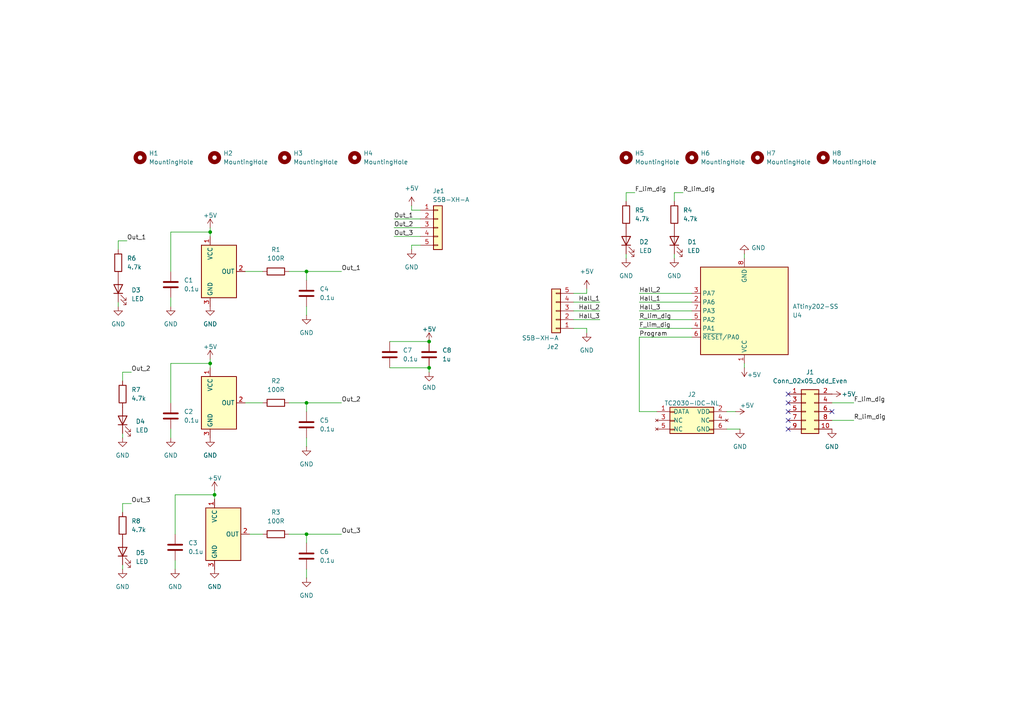
<source format=kicad_sch>
(kicad_sch
	(version 20231120)
	(generator "eeschema")
	(generator_version "8.0")
	(uuid "8029db7f-5be7-4b83-bcf5-9a27efa1b54c")
	(paper "A4")
	(lib_symbols
		(symbol "Connector_Generic:Conn_02x05_Odd_Even"
			(pin_names
				(offset 1.016) hide)
			(exclude_from_sim no)
			(in_bom yes)
			(on_board yes)
			(property "Reference" "J"
				(at 1.27 7.62 0)
				(effects
					(font
						(size 1.27 1.27)
					)
				)
			)
			(property "Value" "Conn_02x05_Odd_Even"
				(at 1.27 -7.62 0)
				(effects
					(font
						(size 1.27 1.27)
					)
				)
			)
			(property "Footprint" ""
				(at 0 0 0)
				(effects
					(font
						(size 1.27 1.27)
					)
					(hide yes)
				)
			)
			(property "Datasheet" "~"
				(at 0 0 0)
				(effects
					(font
						(size 1.27 1.27)
					)
					(hide yes)
				)
			)
			(property "Description" "Generic connector, double row, 02x05, odd/even pin numbering scheme (row 1 odd numbers, row 2 even numbers), script generated (kicad-library-utils/schlib/autogen/connector/)"
				(at 0 0 0)
				(effects
					(font
						(size 1.27 1.27)
					)
					(hide yes)
				)
			)
			(property "ki_keywords" "connector"
				(at 0 0 0)
				(effects
					(font
						(size 1.27 1.27)
					)
					(hide yes)
				)
			)
			(property "ki_fp_filters" "Connector*:*_2x??_*"
				(at 0 0 0)
				(effects
					(font
						(size 1.27 1.27)
					)
					(hide yes)
				)
			)
			(symbol "Conn_02x05_Odd_Even_1_1"
				(rectangle
					(start -1.27 -4.953)
					(end 0 -5.207)
					(stroke
						(width 0.1524)
						(type default)
					)
					(fill
						(type none)
					)
				)
				(rectangle
					(start -1.27 -2.413)
					(end 0 -2.667)
					(stroke
						(width 0.1524)
						(type default)
					)
					(fill
						(type none)
					)
				)
				(rectangle
					(start -1.27 0.127)
					(end 0 -0.127)
					(stroke
						(width 0.1524)
						(type default)
					)
					(fill
						(type none)
					)
				)
				(rectangle
					(start -1.27 2.667)
					(end 0 2.413)
					(stroke
						(width 0.1524)
						(type default)
					)
					(fill
						(type none)
					)
				)
				(rectangle
					(start -1.27 5.207)
					(end 0 4.953)
					(stroke
						(width 0.1524)
						(type default)
					)
					(fill
						(type none)
					)
				)
				(rectangle
					(start -1.27 6.35)
					(end 3.81 -6.35)
					(stroke
						(width 0.254)
						(type default)
					)
					(fill
						(type background)
					)
				)
				(rectangle
					(start 3.81 -4.953)
					(end 2.54 -5.207)
					(stroke
						(width 0.1524)
						(type default)
					)
					(fill
						(type none)
					)
				)
				(rectangle
					(start 3.81 -2.413)
					(end 2.54 -2.667)
					(stroke
						(width 0.1524)
						(type default)
					)
					(fill
						(type none)
					)
				)
				(rectangle
					(start 3.81 0.127)
					(end 2.54 -0.127)
					(stroke
						(width 0.1524)
						(type default)
					)
					(fill
						(type none)
					)
				)
				(rectangle
					(start 3.81 2.667)
					(end 2.54 2.413)
					(stroke
						(width 0.1524)
						(type default)
					)
					(fill
						(type none)
					)
				)
				(rectangle
					(start 3.81 5.207)
					(end 2.54 4.953)
					(stroke
						(width 0.1524)
						(type default)
					)
					(fill
						(type none)
					)
				)
				(pin passive line
					(at -5.08 5.08 0)
					(length 3.81)
					(name "Pin_1"
						(effects
							(font
								(size 1.27 1.27)
							)
						)
					)
					(number "1"
						(effects
							(font
								(size 1.27 1.27)
							)
						)
					)
				)
				(pin passive line
					(at 7.62 -5.08 180)
					(length 3.81)
					(name "Pin_10"
						(effects
							(font
								(size 1.27 1.27)
							)
						)
					)
					(number "10"
						(effects
							(font
								(size 1.27 1.27)
							)
						)
					)
				)
				(pin passive line
					(at 7.62 5.08 180)
					(length 3.81)
					(name "Pin_2"
						(effects
							(font
								(size 1.27 1.27)
							)
						)
					)
					(number "2"
						(effects
							(font
								(size 1.27 1.27)
							)
						)
					)
				)
				(pin passive line
					(at -5.08 2.54 0)
					(length 3.81)
					(name "Pin_3"
						(effects
							(font
								(size 1.27 1.27)
							)
						)
					)
					(number "3"
						(effects
							(font
								(size 1.27 1.27)
							)
						)
					)
				)
				(pin passive line
					(at 7.62 2.54 180)
					(length 3.81)
					(name "Pin_4"
						(effects
							(font
								(size 1.27 1.27)
							)
						)
					)
					(number "4"
						(effects
							(font
								(size 1.27 1.27)
							)
						)
					)
				)
				(pin passive line
					(at -5.08 0 0)
					(length 3.81)
					(name "Pin_5"
						(effects
							(font
								(size 1.27 1.27)
							)
						)
					)
					(number "5"
						(effects
							(font
								(size 1.27 1.27)
							)
						)
					)
				)
				(pin passive line
					(at 7.62 0 180)
					(length 3.81)
					(name "Pin_6"
						(effects
							(font
								(size 1.27 1.27)
							)
						)
					)
					(number "6"
						(effects
							(font
								(size 1.27 1.27)
							)
						)
					)
				)
				(pin passive line
					(at -5.08 -2.54 0)
					(length 3.81)
					(name "Pin_7"
						(effects
							(font
								(size 1.27 1.27)
							)
						)
					)
					(number "7"
						(effects
							(font
								(size 1.27 1.27)
							)
						)
					)
				)
				(pin passive line
					(at 7.62 -2.54 180)
					(length 3.81)
					(name "Pin_8"
						(effects
							(font
								(size 1.27 1.27)
							)
						)
					)
					(number "8"
						(effects
							(font
								(size 1.27 1.27)
							)
						)
					)
				)
				(pin passive line
					(at -5.08 -5.08 0)
					(length 3.81)
					(name "Pin_9"
						(effects
							(font
								(size 1.27 1.27)
							)
						)
					)
					(number "9"
						(effects
							(font
								(size 1.27 1.27)
							)
						)
					)
				)
			)
		)
		(symbol "Device:C"
			(pin_numbers hide)
			(pin_names
				(offset 0.254)
			)
			(exclude_from_sim no)
			(in_bom yes)
			(on_board yes)
			(property "Reference" "C"
				(at 0.635 2.54 0)
				(effects
					(font
						(size 1.27 1.27)
					)
					(justify left)
				)
			)
			(property "Value" "C"
				(at 0.635 -2.54 0)
				(effects
					(font
						(size 1.27 1.27)
					)
					(justify left)
				)
			)
			(property "Footprint" ""
				(at 0.9652 -3.81 0)
				(effects
					(font
						(size 1.27 1.27)
					)
					(hide yes)
				)
			)
			(property "Datasheet" "~"
				(at 0 0 0)
				(effects
					(font
						(size 1.27 1.27)
					)
					(hide yes)
				)
			)
			(property "Description" "Unpolarized capacitor"
				(at 0 0 0)
				(effects
					(font
						(size 1.27 1.27)
					)
					(hide yes)
				)
			)
			(property "ki_keywords" "cap capacitor"
				(at 0 0 0)
				(effects
					(font
						(size 1.27 1.27)
					)
					(hide yes)
				)
			)
			(property "ki_fp_filters" "C_*"
				(at 0 0 0)
				(effects
					(font
						(size 1.27 1.27)
					)
					(hide yes)
				)
			)
			(symbol "C_0_1"
				(polyline
					(pts
						(xy -2.032 -0.762) (xy 2.032 -0.762)
					)
					(stroke
						(width 0.508)
						(type default)
					)
					(fill
						(type none)
					)
				)
				(polyline
					(pts
						(xy -2.032 0.762) (xy 2.032 0.762)
					)
					(stroke
						(width 0.508)
						(type default)
					)
					(fill
						(type none)
					)
				)
			)
			(symbol "C_1_1"
				(pin passive line
					(at 0 3.81 270)
					(length 2.794)
					(name "~"
						(effects
							(font
								(size 1.27 1.27)
							)
						)
					)
					(number "1"
						(effects
							(font
								(size 1.27 1.27)
							)
						)
					)
				)
				(pin passive line
					(at 0 -3.81 90)
					(length 2.794)
					(name "~"
						(effects
							(font
								(size 1.27 1.27)
							)
						)
					)
					(number "2"
						(effects
							(font
								(size 1.27 1.27)
							)
						)
					)
				)
			)
		)
		(symbol "Device:LED"
			(pin_numbers hide)
			(pin_names
				(offset 1.016) hide)
			(exclude_from_sim no)
			(in_bom yes)
			(on_board yes)
			(property "Reference" "D"
				(at 0 2.54 0)
				(effects
					(font
						(size 1.27 1.27)
					)
				)
			)
			(property "Value" "LED"
				(at 0 -2.54 0)
				(effects
					(font
						(size 1.27 1.27)
					)
				)
			)
			(property "Footprint" ""
				(at 0 0 0)
				(effects
					(font
						(size 1.27 1.27)
					)
					(hide yes)
				)
			)
			(property "Datasheet" "~"
				(at 0 0 0)
				(effects
					(font
						(size 1.27 1.27)
					)
					(hide yes)
				)
			)
			(property "Description" "Light emitting diode"
				(at 0 0 0)
				(effects
					(font
						(size 1.27 1.27)
					)
					(hide yes)
				)
			)
			(property "ki_keywords" "LED diode"
				(at 0 0 0)
				(effects
					(font
						(size 1.27 1.27)
					)
					(hide yes)
				)
			)
			(property "ki_fp_filters" "LED* LED_SMD:* LED_THT:*"
				(at 0 0 0)
				(effects
					(font
						(size 1.27 1.27)
					)
					(hide yes)
				)
			)
			(symbol "LED_0_1"
				(polyline
					(pts
						(xy -1.27 -1.27) (xy -1.27 1.27)
					)
					(stroke
						(width 0.254)
						(type default)
					)
					(fill
						(type none)
					)
				)
				(polyline
					(pts
						(xy -1.27 0) (xy 1.27 0)
					)
					(stroke
						(width 0)
						(type default)
					)
					(fill
						(type none)
					)
				)
				(polyline
					(pts
						(xy 1.27 -1.27) (xy 1.27 1.27) (xy -1.27 0) (xy 1.27 -1.27)
					)
					(stroke
						(width 0.254)
						(type default)
					)
					(fill
						(type none)
					)
				)
				(polyline
					(pts
						(xy -3.048 -0.762) (xy -4.572 -2.286) (xy -3.81 -2.286) (xy -4.572 -2.286) (xy -4.572 -1.524)
					)
					(stroke
						(width 0)
						(type default)
					)
					(fill
						(type none)
					)
				)
				(polyline
					(pts
						(xy -1.778 -0.762) (xy -3.302 -2.286) (xy -2.54 -2.286) (xy -3.302 -2.286) (xy -3.302 -1.524)
					)
					(stroke
						(width 0)
						(type default)
					)
					(fill
						(type none)
					)
				)
			)
			(symbol "LED_1_1"
				(pin passive line
					(at -3.81 0 0)
					(length 2.54)
					(name "K"
						(effects
							(font
								(size 1.27 1.27)
							)
						)
					)
					(number "1"
						(effects
							(font
								(size 1.27 1.27)
							)
						)
					)
				)
				(pin passive line
					(at 3.81 0 180)
					(length 2.54)
					(name "A"
						(effects
							(font
								(size 1.27 1.27)
							)
						)
					)
					(number "2"
						(effects
							(font
								(size 1.27 1.27)
							)
						)
					)
				)
			)
		)
		(symbol "Device:R"
			(pin_numbers hide)
			(pin_names
				(offset 0)
			)
			(exclude_from_sim no)
			(in_bom yes)
			(on_board yes)
			(property "Reference" "R"
				(at 2.032 0 90)
				(effects
					(font
						(size 1.27 1.27)
					)
				)
			)
			(property "Value" "R"
				(at 0 0 90)
				(effects
					(font
						(size 1.27 1.27)
					)
				)
			)
			(property "Footprint" ""
				(at -1.778 0 90)
				(effects
					(font
						(size 1.27 1.27)
					)
					(hide yes)
				)
			)
			(property "Datasheet" "~"
				(at 0 0 0)
				(effects
					(font
						(size 1.27 1.27)
					)
					(hide yes)
				)
			)
			(property "Description" "Resistor"
				(at 0 0 0)
				(effects
					(font
						(size 1.27 1.27)
					)
					(hide yes)
				)
			)
			(property "ki_keywords" "R res resistor"
				(at 0 0 0)
				(effects
					(font
						(size 1.27 1.27)
					)
					(hide yes)
				)
			)
			(property "ki_fp_filters" "R_*"
				(at 0 0 0)
				(effects
					(font
						(size 1.27 1.27)
					)
					(hide yes)
				)
			)
			(symbol "R_0_1"
				(rectangle
					(start -1.016 -2.54)
					(end 1.016 2.54)
					(stroke
						(width 0.254)
						(type default)
					)
					(fill
						(type none)
					)
				)
			)
			(symbol "R_1_1"
				(pin passive line
					(at 0 3.81 270)
					(length 1.27)
					(name "~"
						(effects
							(font
								(size 1.27 1.27)
							)
						)
					)
					(number "1"
						(effects
							(font
								(size 1.27 1.27)
							)
						)
					)
				)
				(pin passive line
					(at 0 -3.81 90)
					(length 1.27)
					(name "~"
						(effects
							(font
								(size 1.27 1.27)
							)
						)
					)
					(number "2"
						(effects
							(font
								(size 1.27 1.27)
							)
						)
					)
				)
			)
		)
		(symbol "MCU_Microchip_ATtiny:ATtiny202-SS"
			(exclude_from_sim no)
			(in_bom yes)
			(on_board yes)
			(property "Reference" "U"
				(at -12.7 13.97 0)
				(effects
					(font
						(size 1.27 1.27)
					)
					(justify left bottom)
				)
			)
			(property "Value" "ATtiny202-SS"
				(at 2.54 -13.97 0)
				(effects
					(font
						(size 1.27 1.27)
					)
					(justify left top)
				)
			)
			(property "Footprint" "Package_SO:SOIC-8_3.9x4.9mm_P1.27mm"
				(at 0 0 0)
				(effects
					(font
						(size 1.27 1.27)
						(italic yes)
					)
					(hide yes)
				)
			)
			(property "Datasheet" "http://ww1.microchip.com/downloads/en/DeviceDoc/ATtiny202-402-AVR-MCU-with-Core-Independent-Peripherals_and-picoPower-40001969A.pdf"
				(at 0 0 0)
				(effects
					(font
						(size 1.27 1.27)
					)
					(hide yes)
				)
			)
			(property "Description" "20MHz, 2kB Flash, 128B SRAM, 64B EEPROM, SOIC-8"
				(at 0 0 0)
				(effects
					(font
						(size 1.27 1.27)
					)
					(hide yes)
				)
			)
			(property "ki_keywords" "AVR 8bit Microcontroller tinyAVR"
				(at 0 0 0)
				(effects
					(font
						(size 1.27 1.27)
					)
					(hide yes)
				)
			)
			(property "ki_fp_filters" "SOIC*3.9x4.9mm*P1.27mm*"
				(at 0 0 0)
				(effects
					(font
						(size 1.27 1.27)
					)
					(hide yes)
				)
			)
			(symbol "ATtiny202-SS_0_1"
				(rectangle
					(start -12.7 -12.7)
					(end 12.7 12.7)
					(stroke
						(width 0.254)
						(type default)
					)
					(fill
						(type background)
					)
				)
			)
			(symbol "ATtiny202-SS_1_1"
				(pin power_in line
					(at 0 15.24 270)
					(length 2.54)
					(name "VCC"
						(effects
							(font
								(size 1.27 1.27)
							)
						)
					)
					(number "1"
						(effects
							(font
								(size 1.27 1.27)
							)
						)
					)
				)
				(pin bidirectional line
					(at 15.24 -2.54 180)
					(length 2.54)
					(name "PA6"
						(effects
							(font
								(size 1.27 1.27)
							)
						)
					)
					(number "2"
						(effects
							(font
								(size 1.27 1.27)
							)
						)
					)
				)
				(pin bidirectional line
					(at 15.24 -5.08 180)
					(length 2.54)
					(name "PA7"
						(effects
							(font
								(size 1.27 1.27)
							)
						)
					)
					(number "3"
						(effects
							(font
								(size 1.27 1.27)
							)
						)
					)
				)
				(pin bidirectional line
					(at 15.24 5.08 180)
					(length 2.54)
					(name "PA1"
						(effects
							(font
								(size 1.27 1.27)
							)
						)
					)
					(number "4"
						(effects
							(font
								(size 1.27 1.27)
							)
						)
					)
				)
				(pin bidirectional line
					(at 15.24 2.54 180)
					(length 2.54)
					(name "PA2"
						(effects
							(font
								(size 1.27 1.27)
							)
						)
					)
					(number "5"
						(effects
							(font
								(size 1.27 1.27)
							)
						)
					)
				)
				(pin bidirectional line
					(at 15.24 7.62 180)
					(length 2.54)
					(name "~{RESET}/PA0"
						(effects
							(font
								(size 1.27 1.27)
							)
						)
					)
					(number "6"
						(effects
							(font
								(size 1.27 1.27)
							)
						)
					)
				)
				(pin bidirectional line
					(at 15.24 0 180)
					(length 2.54)
					(name "PA3"
						(effects
							(font
								(size 1.27 1.27)
							)
						)
					)
					(number "7"
						(effects
							(font
								(size 1.27 1.27)
							)
						)
					)
				)
				(pin power_in line
					(at 0 -15.24 90)
					(length 2.54)
					(name "GND"
						(effects
							(font
								(size 1.27 1.27)
							)
						)
					)
					(number "8"
						(effects
							(font
								(size 1.27 1.27)
							)
						)
					)
				)
			)
		)
		(symbol "Mechanical:MountingHole"
			(pin_names
				(offset 1.016)
			)
			(exclude_from_sim yes)
			(in_bom no)
			(on_board yes)
			(property "Reference" "H"
				(at 0 5.08 0)
				(effects
					(font
						(size 1.27 1.27)
					)
				)
			)
			(property "Value" "MountingHole"
				(at 0 3.175 0)
				(effects
					(font
						(size 1.27 1.27)
					)
				)
			)
			(property "Footprint" ""
				(at 0 0 0)
				(effects
					(font
						(size 1.27 1.27)
					)
					(hide yes)
				)
			)
			(property "Datasheet" "~"
				(at 0 0 0)
				(effects
					(font
						(size 1.27 1.27)
					)
					(hide yes)
				)
			)
			(property "Description" "Mounting Hole without connection"
				(at 0 0 0)
				(effects
					(font
						(size 1.27 1.27)
					)
					(hide yes)
				)
			)
			(property "ki_keywords" "mounting hole"
				(at 0 0 0)
				(effects
					(font
						(size 1.27 1.27)
					)
					(hide yes)
				)
			)
			(property "ki_fp_filters" "MountingHole*"
				(at 0 0 0)
				(effects
					(font
						(size 1.27 1.27)
					)
					(hide yes)
				)
			)
			(symbol "MountingHole_0_1"
				(circle
					(center 0 0)
					(radius 1.27)
					(stroke
						(width 1.27)
						(type default)
					)
					(fill
						(type none)
					)
				)
			)
		)
		(symbol "Sensor_Magnetic:DRV5055A3xDBZxQ1"
			(exclude_from_sim no)
			(in_bom yes)
			(on_board yes)
			(property "Reference" "U"
				(at 2.54 12.7 0)
				(effects
					(font
						(size 1.27 1.27)
					)
				)
			)
			(property "Value" "DRV5055A3xDBZxQ1"
				(at 2.54 10.16 0)
				(effects
					(font
						(size 1.27 1.27)
					)
				)
			)
			(property "Footprint" "Package_TO_SOT_SMD:SOT-23"
				(at 0 0 0)
				(effects
					(font
						(size 1.27 1.27)
					)
					(hide yes)
				)
			)
			(property "Datasheet" "https://www.ti.com/lit/ds/symlink/drv5055-q1.pdf"
				(at 0 0 0)
				(effects
					(font
						(size 1.27 1.27)
					)
					(hide yes)
				)
			)
			(property "Description" "25 mV/mT,±85-mT, 20-kHz, 3.3/5V, SOT-23"
				(at 0 0 0)
				(effects
					(font
						(size 1.27 1.27)
					)
					(hide yes)
				)
			)
			(property "ki_keywords" "Automotive Ratiometric Linear Hall Effect Sensor AEC-Q100"
				(at 0 0 0)
				(effects
					(font
						(size 1.27 1.27)
					)
					(hide yes)
				)
			)
			(property "ki_fp_filters" "SOT?23*"
				(at 0 0 0)
				(effects
					(font
						(size 1.27 1.27)
					)
					(hide yes)
				)
			)
			(symbol "DRV5055A3xDBZxQ1_1_1"
				(rectangle
					(start -5.08 7.62)
					(end 5.08 -7.62)
					(stroke
						(width 0.254)
						(type default)
					)
					(fill
						(type background)
					)
				)
				(pin power_in line
					(at -2.54 10.16 270)
					(length 2.54)
					(name "VCC"
						(effects
							(font
								(size 1.27 1.27)
							)
						)
					)
					(number "1"
						(effects
							(font
								(size 1.27 1.27)
							)
						)
					)
				)
				(pin output line
					(at 7.62 0 180)
					(length 2.54)
					(name "OUT"
						(effects
							(font
								(size 1.27 1.27)
							)
						)
					)
					(number "2"
						(effects
							(font
								(size 1.27 1.27)
							)
						)
					)
				)
				(pin power_in line
					(at -2.54 -10.16 90)
					(length 2.54)
					(name "GND"
						(effects
							(font
								(size 1.27 1.27)
							)
						)
					)
					(number "3"
						(effects
							(font
								(size 1.27 1.27)
							)
						)
					)
				)
			)
		)
		(symbol "e-zinc_kicad_sym6:TC2030-IDC-NL"
			(pin_names
				(offset 1.016)
			)
			(exclude_from_sim no)
			(in_bom yes)
			(on_board yes)
			(property "Reference" "J"
				(at 1.27 5.08 0)
				(effects
					(font
						(size 1.27 1.27)
					)
				)
			)
			(property "Value" "TC2030-IDC-NL"
				(at 1.27 -5.08 0)
				(effects
					(font
						(size 1.27 1.27)
					)
				)
			)
			(property "Footprint" "mylib:TC2030-IDC-NL"
				(at 0 0 0)
				(effects
					(font
						(size 1.27 1.27)
					)
					(hide yes)
				)
			)
			(property "Datasheet" "~"
				(at 0 0 0)
				(effects
					(font
						(size 1.27 1.27)
					)
					(hide yes)
				)
			)
			(property "Description" "Generic connector, double row, 02x03, odd/even pin numbering scheme (row 1 odd numbers, row 2 even numbers), script generated (kicad-library-utils/schlib/autogen/connector/)"
				(at 0 0 0)
				(effects
					(font
						(size 1.27 1.27)
					)
					(hide yes)
				)
			)
			(property "ki_keywords" "connector"
				(at 0 0 0)
				(effects
					(font
						(size 1.27 1.27)
					)
					(hide yes)
				)
			)
			(property "ki_fp_filters" "Connector*:*_2x??_*"
				(at 0 0 0)
				(effects
					(font
						(size 1.27 1.27)
					)
					(hide yes)
				)
			)
			(symbol "TC2030-IDC-NL_1_1"
				(rectangle
					(start -6.35 -2.54)
					(end -5.08 -2.794)
					(stroke
						(width 0.1524)
						(type default)
					)
					(fill
						(type none)
					)
				)
				(rectangle
					(start -6.35 0)
					(end -5.08 -0.254)
					(stroke
						(width 0.1524)
						(type default)
					)
					(fill
						(type none)
					)
				)
				(rectangle
					(start -6.35 2.54)
					(end -5.08 2.286)
					(stroke
						(width 0.1524)
						(type default)
					)
					(fill
						(type none)
					)
				)
				(rectangle
					(start -6.35 3.81)
					(end 6.35 -3.81)
					(stroke
						(width 0.254)
						(type default)
					)
					(fill
						(type background)
					)
				)
				(rectangle
					(start 6.35 -2.54)
					(end 5.08 -2.794)
					(stroke
						(width 0.1524)
						(type default)
					)
					(fill
						(type none)
					)
				)
				(rectangle
					(start 6.35 0)
					(end 5.08 -0.254)
					(stroke
						(width 0.1524)
						(type default)
					)
					(fill
						(type none)
					)
				)
				(rectangle
					(start 6.35 2.54)
					(end 5.08 2.286)
					(stroke
						(width 0.1524)
						(type default)
					)
					(fill
						(type none)
					)
				)
				(pin passive line
					(at -10.16 2.54 0)
					(length 3.81)
					(name "DATA"
						(effects
							(font
								(size 1.27 1.27)
							)
						)
					)
					(number "1"
						(effects
							(font
								(size 1.27 1.27)
							)
						)
					)
				)
				(pin passive line
					(at 10.16 2.54 180)
					(length 3.81)
					(name "VDD"
						(effects
							(font
								(size 1.27 1.27)
							)
						)
					)
					(number "2"
						(effects
							(font
								(size 1.27 1.27)
							)
						)
					)
				)
				(pin no_connect line
					(at -10.16 0 0)
					(length 3.81)
					(name "NC"
						(effects
							(font
								(size 1.27 1.27)
							)
						)
					)
					(number "3"
						(effects
							(font
								(size 1.27 1.27)
							)
						)
					)
				)
				(pin no_connect line
					(at 10.16 0 180)
					(length 3.81)
					(name "NC"
						(effects
							(font
								(size 1.27 1.27)
							)
						)
					)
					(number "4"
						(effects
							(font
								(size 1.27 1.27)
							)
						)
					)
				)
				(pin no_connect line
					(at -10.16 -2.54 0)
					(length 3.81)
					(name "NC"
						(effects
							(font
								(size 1.27 1.27)
							)
						)
					)
					(number "5"
						(effects
							(font
								(size 1.27 1.27)
							)
						)
					)
				)
				(pin passive line
					(at 10.16 -2.54 180)
					(length 3.81)
					(name "GND"
						(effects
							(font
								(size 1.27 1.27)
							)
						)
					)
					(number "6"
						(effects
							(font
								(size 1.27 1.27)
							)
						)
					)
				)
			)
		)
		(symbol "power:+5V"
			(power)
			(pin_numbers hide)
			(pin_names
				(offset 0) hide)
			(exclude_from_sim no)
			(in_bom yes)
			(on_board yes)
			(property "Reference" "#PWR"
				(at 0 -3.81 0)
				(effects
					(font
						(size 1.27 1.27)
					)
					(hide yes)
				)
			)
			(property "Value" "+5V"
				(at 0 3.556 0)
				(effects
					(font
						(size 1.27 1.27)
					)
				)
			)
			(property "Footprint" ""
				(at 0 0 0)
				(effects
					(font
						(size 1.27 1.27)
					)
					(hide yes)
				)
			)
			(property "Datasheet" ""
				(at 0 0 0)
				(effects
					(font
						(size 1.27 1.27)
					)
					(hide yes)
				)
			)
			(property "Description" "Power symbol creates a global label with name \"+5V\""
				(at 0 0 0)
				(effects
					(font
						(size 1.27 1.27)
					)
					(hide yes)
				)
			)
			(property "ki_keywords" "global power"
				(at 0 0 0)
				(effects
					(font
						(size 1.27 1.27)
					)
					(hide yes)
				)
			)
			(symbol "+5V_0_1"
				(polyline
					(pts
						(xy -0.762 1.27) (xy 0 2.54)
					)
					(stroke
						(width 0)
						(type default)
					)
					(fill
						(type none)
					)
				)
				(polyline
					(pts
						(xy 0 0) (xy 0 2.54)
					)
					(stroke
						(width 0)
						(type default)
					)
					(fill
						(type none)
					)
				)
				(polyline
					(pts
						(xy 0 2.54) (xy 0.762 1.27)
					)
					(stroke
						(width 0)
						(type default)
					)
					(fill
						(type none)
					)
				)
			)
			(symbol "+5V_1_1"
				(pin power_in line
					(at 0 0 90)
					(length 0)
					(name "~"
						(effects
							(font
								(size 1.27 1.27)
							)
						)
					)
					(number "1"
						(effects
							(font
								(size 1.27 1.27)
							)
						)
					)
				)
			)
		)
		(symbol "power:GND"
			(power)
			(pin_numbers hide)
			(pin_names
				(offset 0) hide)
			(exclude_from_sim no)
			(in_bom yes)
			(on_board yes)
			(property "Reference" "#PWR"
				(at 0 -6.35 0)
				(effects
					(font
						(size 1.27 1.27)
					)
					(hide yes)
				)
			)
			(property "Value" "GND"
				(at 0 -3.81 0)
				(effects
					(font
						(size 1.27 1.27)
					)
				)
			)
			(property "Footprint" ""
				(at 0 0 0)
				(effects
					(font
						(size 1.27 1.27)
					)
					(hide yes)
				)
			)
			(property "Datasheet" ""
				(at 0 0 0)
				(effects
					(font
						(size 1.27 1.27)
					)
					(hide yes)
				)
			)
			(property "Description" "Power symbol creates a global label with name \"GND\" , ground"
				(at 0 0 0)
				(effects
					(font
						(size 1.27 1.27)
					)
					(hide yes)
				)
			)
			(property "ki_keywords" "global power"
				(at 0 0 0)
				(effects
					(font
						(size 1.27 1.27)
					)
					(hide yes)
				)
			)
			(symbol "GND_0_1"
				(polyline
					(pts
						(xy 0 0) (xy 0 -1.27) (xy 1.27 -1.27) (xy 0 -2.54) (xy -1.27 -1.27) (xy 0 -1.27)
					)
					(stroke
						(width 0)
						(type default)
					)
					(fill
						(type none)
					)
				)
			)
			(symbol "GND_1_1"
				(pin power_in line
					(at 0 0 270)
					(length 0)
					(name "~"
						(effects
							(font
								(size 1.27 1.27)
							)
						)
					)
					(number "1"
						(effects
							(font
								(size 1.27 1.27)
							)
						)
					)
				)
			)
		)
		(symbol "rsx_header:S5B-XH-A"
			(pin_names
				(offset 1.016) hide)
			(exclude_from_sim no)
			(in_bom yes)
			(on_board yes)
			(property "Reference" "J"
				(at 0 7.62 0)
				(effects
					(font
						(size 1.27 1.27)
					)
				)
			)
			(property "Value" "S5B-XH-A"
				(at 0 -7.62 0)
				(effects
					(font
						(size 1.27 1.27)
					)
				)
			)
			(property "Footprint" "rsx_headers:JST_XH_S5B-XH-A_1x05_P2.50mm_Horizontal"
				(at 0 0 0)
				(effects
					(font
						(size 1.27 1.27)
					)
					(hide yes)
				)
			)
			(property "Datasheet" "https://www.jst-mfg.com/product/pdf/eng/eXH.pdf"
				(at 0 0 0)
				(effects
					(font
						(size 1.27 1.27)
					)
					(hide yes)
				)
			)
			(property "Description" "CONN HEADER R/A 5POS 2.5MM"
				(at 0 0 0)
				(effects
					(font
						(size 1.27 1.27)
					)
					(hide yes)
				)
			)
			(property "DPN" "455-S5B-XH-A-ND"
				(at 0 0 0)
				(effects
					(font
						(size 1.27 1.27)
					)
					(hide yes)
				)
			)
			(property "ki_keywords" "connector"
				(at 0 0 0)
				(effects
					(font
						(size 1.27 1.27)
					)
					(hide yes)
				)
			)
			(property "ki_fp_filters" "Connector*:*_1x??_*"
				(at 0 0 0)
				(effects
					(font
						(size 1.27 1.27)
					)
					(hide yes)
				)
			)
			(symbol "S5B-XH-A_1_1"
				(rectangle
					(start -1.27 -4.953)
					(end 0 -5.207)
					(stroke
						(width 0.1524)
						(type default)
					)
					(fill
						(type none)
					)
				)
				(rectangle
					(start -1.27 -2.413)
					(end 0 -2.667)
					(stroke
						(width 0.1524)
						(type default)
					)
					(fill
						(type none)
					)
				)
				(rectangle
					(start -1.27 0.127)
					(end 0 -0.127)
					(stroke
						(width 0.1524)
						(type default)
					)
					(fill
						(type none)
					)
				)
				(rectangle
					(start -1.27 2.667)
					(end 0 2.413)
					(stroke
						(width 0.1524)
						(type default)
					)
					(fill
						(type none)
					)
				)
				(rectangle
					(start -1.27 5.207)
					(end 0 4.953)
					(stroke
						(width 0.1524)
						(type default)
					)
					(fill
						(type none)
					)
				)
				(rectangle
					(start -1.27 6.35)
					(end 1.27 -6.35)
					(stroke
						(width 0.254)
						(type default)
					)
					(fill
						(type background)
					)
				)
				(pin passive line
					(at -5.08 5.08 0)
					(length 3.81)
					(name "Pin_1"
						(effects
							(font
								(size 1.27 1.27)
							)
						)
					)
					(number "1"
						(effects
							(font
								(size 1.27 1.27)
							)
						)
					)
				)
				(pin passive line
					(at -5.08 2.54 0)
					(length 3.81)
					(name "Pin_2"
						(effects
							(font
								(size 1.27 1.27)
							)
						)
					)
					(number "2"
						(effects
							(font
								(size 1.27 1.27)
							)
						)
					)
				)
				(pin passive line
					(at -5.08 0 0)
					(length 3.81)
					(name "Pin_3"
						(effects
							(font
								(size 1.27 1.27)
							)
						)
					)
					(number "3"
						(effects
							(font
								(size 1.27 1.27)
							)
						)
					)
				)
				(pin passive line
					(at -5.08 -2.54 0)
					(length 3.81)
					(name "Pin_4"
						(effects
							(font
								(size 1.27 1.27)
							)
						)
					)
					(number "4"
						(effects
							(font
								(size 1.27 1.27)
							)
						)
					)
				)
				(pin passive line
					(at -5.08 -5.08 0)
					(length 3.81)
					(name "Pin_5"
						(effects
							(font
								(size 1.27 1.27)
							)
						)
					)
					(number "5"
						(effects
							(font
								(size 1.27 1.27)
							)
						)
					)
				)
			)
		)
	)
	(junction
		(at 88.9 116.84)
		(diameter 0)
		(color 0 0 0 0)
		(uuid "0e6b8f73-8419-4e68-a3ad-18d3513b7074")
	)
	(junction
		(at 88.9 154.94)
		(diameter 0)
		(color 0 0 0 0)
		(uuid "3cdfabbb-0715-43d7-9260-b7871a107f31")
	)
	(junction
		(at 60.96 105.41)
		(diameter 0)
		(color 0 0 0 0)
		(uuid "6b7d2b14-f025-44d8-88df-a11e4ff26cf7")
	)
	(junction
		(at 124.46 99.06)
		(diameter 0)
		(color 0 0 0 0)
		(uuid "79edd0aa-e46b-4fdb-9a8d-a86e581a6f5c")
	)
	(junction
		(at 88.9 78.74)
		(diameter 0)
		(color 0 0 0 0)
		(uuid "7abb7661-f0c1-4469-a29c-9df184e80e1d")
	)
	(junction
		(at 60.96 67.31)
		(diameter 0)
		(color 0 0 0 0)
		(uuid "91fd2637-0b1d-4ec7-960a-5cc8604bb58b")
	)
	(junction
		(at 62.23 143.51)
		(diameter 0)
		(color 0 0 0 0)
		(uuid "abec3afd-6c3c-4196-adc3-28293d42c10f")
	)
	(junction
		(at 124.46 106.68)
		(diameter 0)
		(color 0 0 0 0)
		(uuid "fb58a241-a50c-498d-bd33-ada8f9a496af")
	)
	(no_connect
		(at 228.6 116.84)
		(uuid "4940305a-9adb-4928-aaa3-1dc7aef1fd59")
	)
	(no_connect
		(at 228.6 121.92)
		(uuid "6d742ea6-266a-4cef-b5e0-5ce97c95c5b4")
	)
	(no_connect
		(at 228.6 124.46)
		(uuid "8df10786-7c0a-4361-87c2-0e84623db433")
	)
	(no_connect
		(at 228.6 114.3)
		(uuid "91d2571e-d22b-4cfe-b72b-fdf595c00539")
	)
	(no_connect
		(at 241.3 119.38)
		(uuid "a55de06a-2a4a-4570-b205-50310e631409")
	)
	(no_connect
		(at 228.6 119.38)
		(uuid "ddde9198-e39d-45d7-9749-1cf82d1fb308")
	)
	(wire
		(pts
			(xy 185.42 119.38) (xy 185.42 97.79)
		)
		(stroke
			(width 0)
			(type default)
		)
		(uuid "0158cc97-0ef4-446f-bdf8-7617b3d502fb")
	)
	(wire
		(pts
			(xy 185.42 85.09) (xy 200.66 85.09)
		)
		(stroke
			(width 0)
			(type default)
		)
		(uuid "062abbaf-2404-4fff-9431-7333c4179246")
	)
	(wire
		(pts
			(xy 49.53 88.9) (xy 49.53 86.36)
		)
		(stroke
			(width 0)
			(type default)
		)
		(uuid "08059a19-b7a8-4e9b-ac53-a57356267003")
	)
	(wire
		(pts
			(xy 114.3 66.04) (xy 121.92 66.04)
		)
		(stroke
			(width 0)
			(type default)
		)
		(uuid "0b749e0b-ef28-4c02-bf36-8c0d11b362a4")
	)
	(wire
		(pts
			(xy 49.53 127) (xy 49.53 124.46)
		)
		(stroke
			(width 0)
			(type default)
		)
		(uuid "0c3d0964-f633-49c4-9605-515f17f65791")
	)
	(wire
		(pts
			(xy 170.18 85.09) (xy 166.37 85.09)
		)
		(stroke
			(width 0)
			(type default)
		)
		(uuid "0ca6c3ac-6b64-4a2d-bbac-ba5f9abdd2dc")
	)
	(wire
		(pts
			(xy 181.61 73.66) (xy 181.61 74.93)
		)
		(stroke
			(width 0)
			(type default)
		)
		(uuid "1dcf3b9c-4122-47bf-9c26-c6ad129ff674")
	)
	(wire
		(pts
			(xy 50.8 165.1) (xy 50.8 162.56)
		)
		(stroke
			(width 0)
			(type default)
		)
		(uuid "1fcf4439-fb26-4719-994e-8a1dd594a164")
	)
	(wire
		(pts
			(xy 247.65 116.84) (xy 241.3 116.84)
		)
		(stroke
			(width 0)
			(type default)
		)
		(uuid "2316146b-d8f4-4517-80f4-5f90eac94802")
	)
	(wire
		(pts
			(xy 50.8 143.51) (xy 62.23 143.51)
		)
		(stroke
			(width 0)
			(type default)
		)
		(uuid "2474080f-3323-43aa-b2d1-36547b2636ae")
	)
	(wire
		(pts
			(xy 60.96 105.41) (xy 60.96 106.68)
		)
		(stroke
			(width 0)
			(type default)
		)
		(uuid "279592e9-b42e-4f11-8059-29bf5da7c9f3")
	)
	(wire
		(pts
			(xy 88.9 78.74) (xy 99.06 78.74)
		)
		(stroke
			(width 0)
			(type default)
		)
		(uuid "28457c56-c3b7-4da1-9e20-c22dea1dfabe")
	)
	(wire
		(pts
			(xy 35.56 125.73) (xy 35.56 127)
		)
		(stroke
			(width 0)
			(type default)
		)
		(uuid "28c8b5ae-f18d-410b-8cd9-02faf802b849")
	)
	(wire
		(pts
			(xy 88.9 91.44) (xy 88.9 88.9)
		)
		(stroke
			(width 0)
			(type default)
		)
		(uuid "29f576b6-230e-47e8-89ab-0133ba9a4f28")
	)
	(wire
		(pts
			(xy 49.53 78.74) (xy 49.53 67.31)
		)
		(stroke
			(width 0)
			(type default)
		)
		(uuid "2af963d5-b877-4098-abb6-108937aec76e")
	)
	(wire
		(pts
			(xy 124.46 107.95) (xy 124.46 106.68)
		)
		(stroke
			(width 0)
			(type default)
		)
		(uuid "32bf86e3-c874-463a-9e70-229de0abf761")
	)
	(wire
		(pts
			(xy 119.38 72.39) (xy 119.38 71.12)
		)
		(stroke
			(width 0)
			(type default)
		)
		(uuid "331b50f1-eadb-4f5b-83bf-3a1466ce03a5")
	)
	(wire
		(pts
			(xy 88.9 116.84) (xy 88.9 119.38)
		)
		(stroke
			(width 0)
			(type default)
		)
		(uuid "3a1eb16a-72b1-4415-8437-202f61ee78da")
	)
	(wire
		(pts
			(xy 114.3 63.5) (xy 121.92 63.5)
		)
		(stroke
			(width 0)
			(type default)
		)
		(uuid "3f547e06-a0b2-42ee-a7f4-d6981c21de40")
	)
	(wire
		(pts
			(xy 195.58 58.42) (xy 195.58 55.88)
		)
		(stroke
			(width 0)
			(type default)
		)
		(uuid "40c197d3-cd38-4786-99a5-201b2ba6e3c5")
	)
	(wire
		(pts
			(xy 71.12 116.84) (xy 76.2 116.84)
		)
		(stroke
			(width 0)
			(type default)
		)
		(uuid "41888d12-86aa-4066-8b06-8a0f8158ea6b")
	)
	(wire
		(pts
			(xy 88.9 78.74) (xy 88.9 81.28)
		)
		(stroke
			(width 0)
			(type default)
		)
		(uuid "42a8f5de-6906-4b30-ab80-ada1e9e458d0")
	)
	(wire
		(pts
			(xy 72.39 154.94) (xy 76.2 154.94)
		)
		(stroke
			(width 0)
			(type default)
		)
		(uuid "45876b54-4140-417c-ba62-eb11ba71cbac")
	)
	(wire
		(pts
			(xy 114.3 68.58) (xy 121.92 68.58)
		)
		(stroke
			(width 0)
			(type default)
		)
		(uuid "4c9d2e94-f608-44f0-9310-e1b1ad020c42")
	)
	(wire
		(pts
			(xy 62.23 143.51) (xy 62.23 144.78)
		)
		(stroke
			(width 0)
			(type default)
		)
		(uuid "4cff91f9-0f25-491d-9aa7-5e7149011857")
	)
	(wire
		(pts
			(xy 34.29 72.39) (xy 34.29 69.85)
		)
		(stroke
			(width 0)
			(type default)
		)
		(uuid "4ff61a25-c27b-470a-ba73-673fd40676f6")
	)
	(wire
		(pts
			(xy 35.56 148.59) (xy 35.56 146.05)
		)
		(stroke
			(width 0)
			(type default)
		)
		(uuid "54fa005b-30c9-48da-a3ca-74ecb5fba56a")
	)
	(wire
		(pts
			(xy 35.56 107.95) (xy 38.1 107.95)
		)
		(stroke
			(width 0)
			(type default)
		)
		(uuid "599c57ec-37c7-43b7-aab7-f586312098c5")
	)
	(wire
		(pts
			(xy 35.56 146.05) (xy 38.1 146.05)
		)
		(stroke
			(width 0)
			(type default)
		)
		(uuid "60610903-330e-4de0-9d1a-0cdcaf47fc73")
	)
	(wire
		(pts
			(xy 50.8 154.94) (xy 50.8 143.51)
		)
		(stroke
			(width 0)
			(type default)
		)
		(uuid "637aac63-f1d0-4861-a06c-24a38f9aafb4")
	)
	(wire
		(pts
			(xy 210.82 119.38) (xy 213.36 119.38)
		)
		(stroke
			(width 0)
			(type default)
		)
		(uuid "67097cb4-4977-4a2d-b1d3-566143d31d1b")
	)
	(wire
		(pts
			(xy 170.18 95.25) (xy 170.18 96.52)
		)
		(stroke
			(width 0)
			(type default)
		)
		(uuid "696e1c72-9274-4666-b253-96526a57da72")
	)
	(wire
		(pts
			(xy 88.9 116.84) (xy 99.06 116.84)
		)
		(stroke
			(width 0)
			(type default)
		)
		(uuid "6d2ef255-bd04-43bc-b1f3-f4e0399af845")
	)
	(wire
		(pts
			(xy 181.61 55.88) (xy 184.15 55.88)
		)
		(stroke
			(width 0)
			(type default)
		)
		(uuid "763ff74d-98a9-41ce-ad09-a20b76492fa9")
	)
	(wire
		(pts
			(xy 49.53 116.84) (xy 49.53 105.41)
		)
		(stroke
			(width 0)
			(type default)
		)
		(uuid "79edadae-a102-4a47-9c1d-85d09b3f14e4")
	)
	(wire
		(pts
			(xy 185.42 95.25) (xy 200.66 95.25)
		)
		(stroke
			(width 0)
			(type default)
		)
		(uuid "7a3afe02-1774-4611-9af1-3c9b61ea59d7")
	)
	(wire
		(pts
			(xy 119.38 71.12) (xy 121.92 71.12)
		)
		(stroke
			(width 0)
			(type default)
		)
		(uuid "7a6f415e-5035-46b0-bac1-c6760e144713")
	)
	(wire
		(pts
			(xy 185.42 119.38) (xy 190.5 119.38)
		)
		(stroke
			(width 0)
			(type default)
		)
		(uuid "7c4ee1b1-6c60-418a-95e8-3ce0417cd2d0")
	)
	(wire
		(pts
			(xy 215.9 73.66) (xy 215.9 74.93)
		)
		(stroke
			(width 0)
			(type default)
		)
		(uuid "8066eb38-0aa4-4492-b8a1-8608162a2e5a")
	)
	(wire
		(pts
			(xy 241.3 121.92) (xy 247.65 121.92)
		)
		(stroke
			(width 0)
			(type default)
		)
		(uuid "82c2bd7f-096d-4f2c-be58-d4c020ad0da9")
	)
	(wire
		(pts
			(xy 34.29 69.85) (xy 36.83 69.85)
		)
		(stroke
			(width 0)
			(type default)
		)
		(uuid "867ac4c1-e311-4bee-bb65-56c34484759e")
	)
	(wire
		(pts
			(xy 173.99 92.71) (xy 166.37 92.71)
		)
		(stroke
			(width 0)
			(type default)
		)
		(uuid "8980f051-1e47-4930-99f9-bda166710458")
	)
	(wire
		(pts
			(xy 83.82 116.84) (xy 88.9 116.84)
		)
		(stroke
			(width 0)
			(type default)
		)
		(uuid "93e69077-23d1-45e9-9977-d5621ef21833")
	)
	(wire
		(pts
			(xy 71.12 78.74) (xy 76.2 78.74)
		)
		(stroke
			(width 0)
			(type default)
		)
		(uuid "992baa5b-6eac-4ee9-97a7-ae5fbb4ebec6")
	)
	(wire
		(pts
			(xy 88.9 154.94) (xy 99.06 154.94)
		)
		(stroke
			(width 0)
			(type default)
		)
		(uuid "9db1fd2e-a0d7-4754-a643-6ca2ff4f0888")
	)
	(wire
		(pts
			(xy 166.37 95.25) (xy 170.18 95.25)
		)
		(stroke
			(width 0)
			(type default)
		)
		(uuid "9e8d4f1a-8034-4351-89ca-8266c348f078")
	)
	(wire
		(pts
			(xy 60.96 66.04) (xy 60.96 67.31)
		)
		(stroke
			(width 0)
			(type default)
		)
		(uuid "a47ce194-ec5d-40d3-b4df-aa1971614c3c")
	)
	(wire
		(pts
			(xy 173.99 90.17) (xy 166.37 90.17)
		)
		(stroke
			(width 0)
			(type default)
		)
		(uuid "ab663ec4-43d4-4a43-af1c-9a157c59b8a1")
	)
	(wire
		(pts
			(xy 83.82 78.74) (xy 88.9 78.74)
		)
		(stroke
			(width 0)
			(type default)
		)
		(uuid "ac339cb1-42ed-4686-938f-1bac2d406e29")
	)
	(wire
		(pts
			(xy 49.53 67.31) (xy 60.96 67.31)
		)
		(stroke
			(width 0)
			(type default)
		)
		(uuid "ae31bc9f-55e8-4a34-abac-927ff3b4c3da")
	)
	(wire
		(pts
			(xy 119.38 60.96) (xy 121.92 60.96)
		)
		(stroke
			(width 0)
			(type default)
		)
		(uuid "be648a0f-9a74-489d-9ba6-398b0a2eb96b")
	)
	(wire
		(pts
			(xy 215.9 106.68) (xy 215.9 105.41)
		)
		(stroke
			(width 0)
			(type default)
		)
		(uuid "c1b60c22-ea1e-40b5-b2ea-ec01563b42cf")
	)
	(wire
		(pts
			(xy 195.58 73.66) (xy 195.58 74.93)
		)
		(stroke
			(width 0)
			(type default)
		)
		(uuid "c3bee318-f39d-43cd-b6e8-f616f1a900d4")
	)
	(wire
		(pts
			(xy 181.61 58.42) (xy 181.61 55.88)
		)
		(stroke
			(width 0)
			(type default)
		)
		(uuid "c799e241-b071-4e66-aad0-e7e40367f229")
	)
	(wire
		(pts
			(xy 83.82 154.94) (xy 88.9 154.94)
		)
		(stroke
			(width 0)
			(type default)
		)
		(uuid "c8a0fb54-f248-47da-a67b-07d177f25581")
	)
	(wire
		(pts
			(xy 60.96 67.31) (xy 60.96 68.58)
		)
		(stroke
			(width 0)
			(type default)
		)
		(uuid "d0e2fa59-4ee1-4f05-bc61-0f3f694f69c4")
	)
	(wire
		(pts
			(xy 88.9 167.64) (xy 88.9 165.1)
		)
		(stroke
			(width 0)
			(type default)
		)
		(uuid "d206c5a6-d2a3-44ab-a2d4-7fcb503b3a4c")
	)
	(wire
		(pts
			(xy 62.23 142.24) (xy 62.23 143.51)
		)
		(stroke
			(width 0)
			(type default)
		)
		(uuid "d297f3b6-4110-4f5c-8b95-0b4459cbecbf")
	)
	(wire
		(pts
			(xy 119.38 59.69) (xy 119.38 60.96)
		)
		(stroke
			(width 0)
			(type default)
		)
		(uuid "d2d3e050-ed2e-40d9-aa2a-bcec2f139fc9")
	)
	(wire
		(pts
			(xy 49.53 105.41) (xy 60.96 105.41)
		)
		(stroke
			(width 0)
			(type default)
		)
		(uuid "d3f8a6d0-3bcb-40b9-bd63-64dec519df71")
	)
	(wire
		(pts
			(xy 185.42 90.17) (xy 200.66 90.17)
		)
		(stroke
			(width 0)
			(type default)
		)
		(uuid "d5816c38-cc60-4642-8eab-decf90758f41")
	)
	(wire
		(pts
			(xy 113.03 106.68) (xy 124.46 106.68)
		)
		(stroke
			(width 0)
			(type default)
		)
		(uuid "de063c4d-d7ce-4b3c-872c-e1fac6b43cb5")
	)
	(wire
		(pts
			(xy 173.99 87.63) (xy 166.37 87.63)
		)
		(stroke
			(width 0)
			(type default)
		)
		(uuid "de57932a-74ee-43d3-95d4-0cf7729df352")
	)
	(wire
		(pts
			(xy 210.82 124.46) (xy 214.63 124.46)
		)
		(stroke
			(width 0)
			(type default)
		)
		(uuid "e08bafd7-e7f9-46b0-98ce-e240eaa908e0")
	)
	(wire
		(pts
			(xy 185.42 87.63) (xy 200.66 87.63)
		)
		(stroke
			(width 0)
			(type default)
		)
		(uuid "e2376edb-39a3-4ff7-bd9f-4a560a48dbeb")
	)
	(wire
		(pts
			(xy 113.03 99.06) (xy 124.46 99.06)
		)
		(stroke
			(width 0)
			(type default)
		)
		(uuid "e5bf78e5-5eab-42e6-a854-1e591f20a5fb")
	)
	(wire
		(pts
			(xy 35.56 110.49) (xy 35.56 107.95)
		)
		(stroke
			(width 0)
			(type default)
		)
		(uuid "e61d6f9d-8676-4a07-afcd-8eb978e56224")
	)
	(wire
		(pts
			(xy 185.42 92.71) (xy 200.66 92.71)
		)
		(stroke
			(width 0)
			(type default)
		)
		(uuid "e6634647-ec02-4cbd-a27a-7177291a4ec5")
	)
	(wire
		(pts
			(xy 34.29 87.63) (xy 34.29 88.9)
		)
		(stroke
			(width 0)
			(type default)
		)
		(uuid "ef9455cb-ccb9-4704-9df5-78477cf5340e")
	)
	(wire
		(pts
			(xy 170.18 83.82) (xy 170.18 85.09)
		)
		(stroke
			(width 0)
			(type default)
		)
		(uuid "ef9b0b28-849b-4e39-b8b3-3e65d4cd16fe")
	)
	(wire
		(pts
			(xy 88.9 129.54) (xy 88.9 127)
		)
		(stroke
			(width 0)
			(type default)
		)
		(uuid "f7bbbbf6-68ec-43ef-a908-39b202a5ab96")
	)
	(wire
		(pts
			(xy 195.58 55.88) (xy 198.12 55.88)
		)
		(stroke
			(width 0)
			(type default)
		)
		(uuid "f9b6579c-e8e0-40b0-abb5-bf4ffbb33c39")
	)
	(wire
		(pts
			(xy 35.56 163.83) (xy 35.56 165.1)
		)
		(stroke
			(width 0)
			(type default)
		)
		(uuid "fa5614d9-058b-4ff3-94c5-d11aecd15551")
	)
	(wire
		(pts
			(xy 60.96 104.14) (xy 60.96 105.41)
		)
		(stroke
			(width 0)
			(type default)
		)
		(uuid "fb02f6d6-3ccc-4076-820f-aaaeb9a885f2")
	)
	(wire
		(pts
			(xy 88.9 154.94) (xy 88.9 157.48)
		)
		(stroke
			(width 0)
			(type default)
		)
		(uuid "fb5390f1-5a97-4609-8bc9-3500d861471b")
	)
	(wire
		(pts
			(xy 185.42 97.79) (xy 200.66 97.79)
		)
		(stroke
			(width 0)
			(type default)
		)
		(uuid "fcfa4e48-dc96-4386-a1f6-67fed23088ba")
	)
	(label "Hall_3"
		(at 185.42 90.17 0)
		(fields_autoplaced yes)
		(effects
			(font
				(size 1.27 1.27)
			)
			(justify left bottom)
		)
		(uuid "036a6b16-4109-4ffb-bc51-a80a5211a328")
	)
	(label "Out_1"
		(at 99.06 78.74 0)
		(fields_autoplaced yes)
		(effects
			(font
				(size 1.27 1.27)
			)
			(justify left bottom)
		)
		(uuid "0dc64961-a142-41e2-a997-46ee17abda6e")
	)
	(label "Out_3"
		(at 38.1 146.05 0)
		(fields_autoplaced yes)
		(effects
			(font
				(size 1.27 1.27)
			)
			(justify left bottom)
		)
		(uuid "3619c302-6343-4e0f-99ff-e8b2d728fa1e")
	)
	(label "Out_3"
		(at 114.3 68.58 0)
		(fields_autoplaced yes)
		(effects
			(font
				(size 1.27 1.27)
			)
			(justify left bottom)
		)
		(uuid "395ecce9-5aee-482f-9539-218a93e4949a")
	)
	(label "Hall_3"
		(at 173.99 92.71 180)
		(fields_autoplaced yes)
		(effects
			(font
				(size 1.27 1.27)
			)
			(justify right bottom)
		)
		(uuid "53f3d965-dc36-43a1-82cc-95c870de83a5")
	)
	(label "F_lim_dig"
		(at 185.42 95.25 0)
		(fields_autoplaced yes)
		(effects
			(font
				(size 1.27 1.27)
			)
			(justify left bottom)
		)
		(uuid "55cd77ff-ba99-49f8-a35a-21f3a51fd244")
	)
	(label "Out_1"
		(at 36.83 69.85 0)
		(fields_autoplaced yes)
		(effects
			(font
				(size 1.27 1.27)
			)
			(justify left bottom)
		)
		(uuid "6b10fe2b-bc75-4f6e-9193-2181c1561b4d")
	)
	(label "Hall_1"
		(at 185.42 87.63 0)
		(fields_autoplaced yes)
		(effects
			(font
				(size 1.27 1.27)
			)
			(justify left bottom)
		)
		(uuid "733708f2-8135-4b2d-991c-4192f012db75")
	)
	(label "Out_2"
		(at 114.3 66.04 0)
		(fields_autoplaced yes)
		(effects
			(font
				(size 1.27 1.27)
			)
			(justify left bottom)
		)
		(uuid "7e2d0805-63e8-4899-b1f8-97a38a9ace47")
	)
	(label "R_lim_dig"
		(at 198.12 55.88 0)
		(fields_autoplaced yes)
		(effects
			(font
				(size 1.27 1.27)
			)
			(justify left bottom)
		)
		(uuid "86fdbd5c-61ab-485d-9b87-407122b9de5a")
	)
	(label "Out_2"
		(at 99.06 116.84 0)
		(fields_autoplaced yes)
		(effects
			(font
				(size 1.27 1.27)
			)
			(justify left bottom)
		)
		(uuid "97e95420-bc18-434d-a363-90edb4320c5d")
	)
	(label "Program"
		(at 185.42 97.79 0)
		(fields_autoplaced yes)
		(effects
			(font
				(size 1.27 1.27)
			)
			(justify left bottom)
		)
		(uuid "b754f468-b8cc-47f6-be32-7410c2ace424")
	)
	(label "Out_1"
		(at 114.3 63.5 0)
		(fields_autoplaced yes)
		(effects
			(font
				(size 1.27 1.27)
			)
			(justify left bottom)
		)
		(uuid "b831a411-19b2-41f1-a20c-4f0a64a6f1ce")
	)
	(label "Hall_1"
		(at 173.99 87.63 180)
		(fields_autoplaced yes)
		(effects
			(font
				(size 1.27 1.27)
			)
			(justify right bottom)
		)
		(uuid "b9952f6a-ddc8-4493-bf9a-d414ca6d12ce")
	)
	(label "R_lim_dig"
		(at 247.65 121.92 0)
		(fields_autoplaced yes)
		(effects
			(font
				(size 1.27 1.27)
			)
			(justify left bottom)
		)
		(uuid "c5265f15-a332-46cf-b410-4eac7b8b123d")
	)
	(label "F_lim_dig"
		(at 247.65 116.84 0)
		(fields_autoplaced yes)
		(effects
			(font
				(size 1.27 1.27)
			)
			(justify left bottom)
		)
		(uuid "c5b3791c-19ee-4906-88db-c84cf7dedc5a")
	)
	(label "Out_2"
		(at 38.1 107.95 0)
		(fields_autoplaced yes)
		(effects
			(font
				(size 1.27 1.27)
			)
			(justify left bottom)
		)
		(uuid "c61e7941-3659-45c0-8106-a4a958d0c869")
	)
	(label "Hall_2"
		(at 185.42 85.09 0)
		(fields_autoplaced yes)
		(effects
			(font
				(size 1.27 1.27)
			)
			(justify left bottom)
		)
		(uuid "d32d4a0d-d48e-40af-bfe6-1c0e86a1e2fa")
	)
	(label "F_lim_dig"
		(at 184.15 55.88 0)
		(fields_autoplaced yes)
		(effects
			(font
				(size 1.27 1.27)
			)
			(justify left bottom)
		)
		(uuid "d9c97aeb-ea39-4c9d-b773-671aeeca67a0")
	)
	(label "Hall_2"
		(at 173.99 90.17 180)
		(fields_autoplaced yes)
		(effects
			(font
				(size 1.27 1.27)
			)
			(justify right bottom)
		)
		(uuid "ed0a2937-f4a0-4bfc-bb2c-5f0628dbe043")
	)
	(label "R_lim_dig"
		(at 185.42 92.71 0)
		(fields_autoplaced yes)
		(effects
			(font
				(size 1.27 1.27)
			)
			(justify left bottom)
		)
		(uuid "f053cf27-03ae-4904-80d1-8a2a3fd781f8")
	)
	(label "Out_3"
		(at 99.06 154.94 0)
		(fields_autoplaced yes)
		(effects
			(font
				(size 1.27 1.27)
			)
			(justify left bottom)
		)
		(uuid "f154ab8b-68f3-4935-ad94-b4ceba135463")
	)
	(symbol
		(lib_id "power:+5V")
		(at 215.9 106.68 180)
		(unit 1)
		(exclude_from_sim no)
		(in_bom yes)
		(on_board yes)
		(dnp no)
		(uuid "00a69f44-4805-496e-96e3-189202ef690e")
		(property "Reference" "#PWR016"
			(at 215.9 102.87 0)
			(effects
				(font
					(size 1.27 1.27)
				)
				(hide yes)
			)
		)
		(property "Value" "+5V"
			(at 218.694 108.712 0)
			(effects
				(font
					(size 1.27 1.27)
				)
			)
		)
		(property "Footprint" ""
			(at 215.9 106.68 0)
			(effects
				(font
					(size 1.27 1.27)
				)
				(hide yes)
			)
		)
		(property "Datasheet" ""
			(at 215.9 106.68 0)
			(effects
				(font
					(size 1.27 1.27)
				)
				(hide yes)
			)
		)
		(property "Description" "Power symbol creates a global label with name \"+5V\""
			(at 215.9 106.68 0)
			(effects
				(font
					(size 1.27 1.27)
				)
				(hide yes)
			)
		)
		(pin "1"
			(uuid "5c530288-4aa6-4ada-a27c-67caaa5feae0")
		)
		(instances
			(project "NewHallSensorsLimitSwitches"
				(path "/8029db7f-5be7-4b83-bcf5-9a27efa1b54c"
					(reference "#PWR016")
					(unit 1)
				)
			)
		)
	)
	(symbol
		(lib_id "power:GND")
		(at 195.58 74.93 0)
		(unit 1)
		(exclude_from_sim no)
		(in_bom yes)
		(on_board yes)
		(dnp no)
		(fields_autoplaced yes)
		(uuid "02eedf61-18f6-46eb-9927-bd15ee17c088")
		(property "Reference" "#PWR025"
			(at 195.58 81.28 0)
			(effects
				(font
					(size 1.27 1.27)
				)
				(hide yes)
			)
		)
		(property "Value" "GND"
			(at 195.58 80.01 0)
			(effects
				(font
					(size 1.27 1.27)
				)
			)
		)
		(property "Footprint" ""
			(at 195.58 74.93 0)
			(effects
				(font
					(size 1.27 1.27)
				)
				(hide yes)
			)
		)
		(property "Datasheet" ""
			(at 195.58 74.93 0)
			(effects
				(font
					(size 1.27 1.27)
				)
				(hide yes)
			)
		)
		(property "Description" "Power symbol creates a global label with name \"GND\" , ground"
			(at 195.58 74.93 0)
			(effects
				(font
					(size 1.27 1.27)
				)
				(hide yes)
			)
		)
		(pin "1"
			(uuid "7653c2ee-2b50-4184-bfa3-7bff3afb18ea")
		)
		(instances
			(project "NewHallSensorsLimitSwitches"
				(path "/8029db7f-5be7-4b83-bcf5-9a27efa1b54c"
					(reference "#PWR025")
					(unit 1)
				)
			)
		)
	)
	(symbol
		(lib_id "Device:C")
		(at 113.03 102.87 0)
		(unit 1)
		(exclude_from_sim no)
		(in_bom yes)
		(on_board yes)
		(dnp no)
		(fields_autoplaced yes)
		(uuid "03dc97bc-b0d5-4b61-88ca-fc5901c90c68")
		(property "Reference" "C7"
			(at 116.84 101.5999 0)
			(effects
				(font
					(size 1.27 1.27)
				)
				(justify left)
			)
		)
		(property "Value" "0.1u"
			(at 116.84 104.1399 0)
			(effects
				(font
					(size 1.27 1.27)
				)
				(justify left)
			)
		)
		(property "Footprint" "Capacitor_SMD:C_0805_2012Metric"
			(at 113.9952 106.68 0)
			(effects
				(font
					(size 1.27 1.27)
				)
				(hide yes)
			)
		)
		(property "Datasheet" "~"
			(at 113.03 102.87 0)
			(effects
				(font
					(size 1.27 1.27)
				)
				(hide yes)
			)
		)
		(property "Description" "CAP CER 1UF 25V X7R 0805"
			(at 113.03 102.87 0)
			(effects
				(font
					(size 1.27 1.27)
				)
				(hide yes)
			)
		)
		(property "DPN" "1276-2926-1-ND"
			(at 113.03 102.87 0)
			(effects
				(font
					(size 1.27 1.27)
				)
				(hide yes)
			)
		)
		(property "MPN" "CL21B105KAFNFNE"
			(at 113.03 102.87 0)
			(effects
				(font
					(size 1.27 1.27)
				)
				(hide yes)
			)
		)
		(pin "1"
			(uuid "60bf5fef-05a9-4acb-b5db-d452b102a907")
		)
		(pin "2"
			(uuid "763943fc-7e06-4701-ba4c-fc9520cb1de4")
		)
		(instances
			(project "NewHallSensorsLimitSwitches"
				(path "/8029db7f-5be7-4b83-bcf5-9a27efa1b54c"
					(reference "C7")
					(unit 1)
				)
			)
		)
	)
	(symbol
		(lib_id "Mechanical:MountingHole")
		(at 200.66 45.72 0)
		(unit 1)
		(exclude_from_sim yes)
		(in_bom no)
		(on_board yes)
		(dnp no)
		(fields_autoplaced yes)
		(uuid "064c8a36-7c7e-47a4-9d1e-8ea08c9c4eb8")
		(property "Reference" "H6"
			(at 203.2 44.4499 0)
			(effects
				(font
					(size 1.27 1.27)
				)
				(justify left)
			)
		)
		(property "Value" "MountingHole"
			(at 203.2 46.9899 0)
			(effects
				(font
					(size 1.27 1.27)
				)
				(justify left)
			)
		)
		(property "Footprint" "MountingHole:MountingHole_2.2mm_M2_DIN965_Pad"
			(at 200.66 45.72 0)
			(effects
				(font
					(size 1.27 1.27)
				)
				(hide yes)
			)
		)
		(property "Datasheet" "~"
			(at 200.66 45.72 0)
			(effects
				(font
					(size 1.27 1.27)
				)
				(hide yes)
			)
		)
		(property "Description" "Mounting Hole without connection"
			(at 200.66 45.72 0)
			(effects
				(font
					(size 1.27 1.27)
				)
				(hide yes)
			)
		)
		(instances
			(project "NewHallSensorsLimitSwitches"
				(path "/8029db7f-5be7-4b83-bcf5-9a27efa1b54c"
					(reference "H6")
					(unit 1)
				)
			)
		)
	)
	(symbol
		(lib_id "power:GND")
		(at 60.96 88.9 0)
		(unit 1)
		(exclude_from_sim no)
		(in_bom yes)
		(on_board yes)
		(dnp no)
		(fields_autoplaced yes)
		(uuid "0a763307-e00a-436a-88e1-fb0c86c3ebae")
		(property "Reference" "#PWR05"
			(at 60.96 95.25 0)
			(effects
				(font
					(size 1.27 1.27)
				)
				(hide yes)
			)
		)
		(property "Value" "GND"
			(at 60.96 93.98 0)
			(effects
				(font
					(size 1.27 1.27)
				)
			)
		)
		(property "Footprint" ""
			(at 60.96 88.9 0)
			(effects
				(font
					(size 1.27 1.27)
				)
				(hide yes)
			)
		)
		(property "Datasheet" ""
			(at 60.96 88.9 0)
			(effects
				(font
					(size 1.27 1.27)
				)
				(hide yes)
			)
		)
		(property "Description" "Power symbol creates a global label with name \"GND\" , ground"
			(at 60.96 88.9 0)
			(effects
				(font
					(size 1.27 1.27)
				)
				(hide yes)
			)
		)
		(pin "1"
			(uuid "f115dffc-4f87-49fd-8955-97bd1848fd0b")
		)
		(instances
			(project "NewHallSensorsLimitSwitches"
				(path "/8029db7f-5be7-4b83-bcf5-9a27efa1b54c"
					(reference "#PWR05")
					(unit 1)
				)
			)
		)
	)
	(symbol
		(lib_id "e-zinc_kicad_sym6:TC2030-IDC-NL")
		(at 200.66 121.92 0)
		(unit 1)
		(exclude_from_sim no)
		(in_bom no)
		(on_board yes)
		(dnp no)
		(fields_autoplaced yes)
		(uuid "0e729906-50b4-43a0-8335-c77db909e42b")
		(property "Reference" "J2"
			(at 200.66 114.4102 0)
			(effects
				(font
					(size 1.27 1.27)
				)
			)
		)
		(property "Value" "TC2030-IDC-NL"
			(at 200.66 116.9471 0)
			(effects
				(font
					(size 1.27 1.27)
				)
			)
		)
		(property "Footprint" "Connector:Tag-Connect_TC2030-IDC-NL_2x03_P1.27mm_Vertical"
			(at 200.66 121.92 0)
			(effects
				(font
					(size 1.27 1.27)
				)
				(hide yes)
			)
		)
		(property "Datasheet" "~"
			(at 200.66 121.92 0)
			(effects
				(font
					(size 1.27 1.27)
				)
				(hide yes)
			)
		)
		(property "Description" ""
			(at 200.66 121.92 0)
			(effects
				(font
					(size 1.27 1.27)
				)
				(hide yes)
			)
		)
		(pin "1"
			(uuid "74aec367-5d8f-4cb0-b684-c72f76c7c967")
		)
		(pin "2"
			(uuid "cfd35fe7-e233-4636-a4ef-d75fd452249f")
		)
		(pin "3"
			(uuid "21e35def-ad86-44ca-bfad-d5a4c073e324")
		)
		(pin "4"
			(uuid "32cc53fb-11e0-4755-bf5c-094ebbf77328")
		)
		(pin "5"
			(uuid "c49e59a0-f086-47dc-8c39-4e88dd7e3bbd")
		)
		(pin "6"
			(uuid "673ba1a1-6b8b-4e6d-8171-c01f40c8e7dd")
		)
		(instances
			(project "NewHallSensorsLimitSwitches"
				(path "/8029db7f-5be7-4b83-bcf5-9a27efa1b54c"
					(reference "J2")
					(unit 1)
				)
			)
		)
	)
	(symbol
		(lib_id "power:+5V")
		(at 119.38 59.69 0)
		(unit 1)
		(exclude_from_sim no)
		(in_bom yes)
		(on_board yes)
		(dnp no)
		(fields_autoplaced yes)
		(uuid "13649156-14af-4d40-9298-9c020005e970")
		(property "Reference" "#PWR021"
			(at 119.38 63.5 0)
			(effects
				(font
					(size 1.27 1.27)
				)
				(hide yes)
			)
		)
		(property "Value" "+5V"
			(at 119.38 54.61 0)
			(effects
				(font
					(size 1.27 1.27)
				)
			)
		)
		(property "Footprint" ""
			(at 119.38 59.69 0)
			(effects
				(font
					(size 1.27 1.27)
				)
				(hide yes)
			)
		)
		(property "Datasheet" ""
			(at 119.38 59.69 0)
			(effects
				(font
					(size 1.27 1.27)
				)
				(hide yes)
			)
		)
		(property "Description" ""
			(at 119.38 59.69 0)
			(effects
				(font
					(size 1.27 1.27)
				)
				(hide yes)
			)
		)
		(pin "1"
			(uuid "98b437ed-d31f-4903-8d54-652a1d2cd2b7")
		)
		(instances
			(project "NewHallSensorsLimitSwitches"
				(path "/8029db7f-5be7-4b83-bcf5-9a27efa1b54c"
					(reference "#PWR021")
					(unit 1)
				)
			)
		)
	)
	(symbol
		(lib_id "power:GND")
		(at 35.56 127 0)
		(unit 1)
		(exclude_from_sim no)
		(in_bom yes)
		(on_board yes)
		(dnp no)
		(fields_autoplaced yes)
		(uuid "15741fb1-38c7-4fc9-87bd-37e24ee0a6fa")
		(property "Reference" "#PWR028"
			(at 35.56 133.35 0)
			(effects
				(font
					(size 1.27 1.27)
				)
				(hide yes)
			)
		)
		(property "Value" "GND"
			(at 35.56 132.08 0)
			(effects
				(font
					(size 1.27 1.27)
				)
			)
		)
		(property "Footprint" ""
			(at 35.56 127 0)
			(effects
				(font
					(size 1.27 1.27)
				)
				(hide yes)
			)
		)
		(property "Datasheet" ""
			(at 35.56 127 0)
			(effects
				(font
					(size 1.27 1.27)
				)
				(hide yes)
			)
		)
		(property "Description" "Power symbol creates a global label with name \"GND\" , ground"
			(at 35.56 127 0)
			(effects
				(font
					(size 1.27 1.27)
				)
				(hide yes)
			)
		)
		(pin "1"
			(uuid "d738270d-3de8-453b-926f-b8a319e487cf")
		)
		(instances
			(project "NewHallSensorsLimitSwitches"
				(path "/8029db7f-5be7-4b83-bcf5-9a27efa1b54c"
					(reference "#PWR028")
					(unit 1)
				)
			)
		)
	)
	(symbol
		(lib_id "Device:C")
		(at 49.53 82.55 0)
		(unit 1)
		(exclude_from_sim no)
		(in_bom yes)
		(on_board yes)
		(dnp no)
		(fields_autoplaced yes)
		(uuid "2243a94a-5a26-46e9-9ddc-a190baf62550")
		(property "Reference" "C1"
			(at 53.34 81.2799 0)
			(effects
				(font
					(size 1.27 1.27)
				)
				(justify left)
			)
		)
		(property "Value" "0.1u"
			(at 53.34 83.8199 0)
			(effects
				(font
					(size 1.27 1.27)
				)
				(justify left)
			)
		)
		(property "Footprint" "Capacitor_SMD:C_0603_1608Metric"
			(at 50.4952 86.36 0)
			(effects
				(font
					(size 1.27 1.27)
				)
				(hide yes)
			)
		)
		(property "Datasheet" "~"
			(at 49.53 82.55 0)
			(effects
				(font
					(size 1.27 1.27)
				)
				(hide yes)
			)
		)
		(property "Description" "Unpolarized capacitor"
			(at 49.53 82.55 0)
			(effects
				(font
					(size 1.27 1.27)
				)
				(hide yes)
			)
		)
		(pin "2"
			(uuid "42426f9f-b459-4695-a9aa-b15c3a75b0f0")
		)
		(pin "1"
			(uuid "cb463c1f-a14a-49a4-9843-9b2d5b409f18")
		)
		(instances
			(project "NewHallSensorsLimitSwitches"
				(path "/8029db7f-5be7-4b83-bcf5-9a27efa1b54c"
					(reference "C1")
					(unit 1)
				)
			)
		)
	)
	(symbol
		(lib_id "Mechanical:MountingHole")
		(at 82.55 45.72 0)
		(unit 1)
		(exclude_from_sim yes)
		(in_bom no)
		(on_board yes)
		(dnp no)
		(fields_autoplaced yes)
		(uuid "2347cd97-e410-4118-8c90-ef51940e806f")
		(property "Reference" "H3"
			(at 85.09 44.4499 0)
			(effects
				(font
					(size 1.27 1.27)
				)
				(justify left)
			)
		)
		(property "Value" "MountingHole"
			(at 85.09 46.9899 0)
			(effects
				(font
					(size 1.27 1.27)
				)
				(justify left)
			)
		)
		(property "Footprint" "MountingHole:MountingHole_2.1mm"
			(at 82.55 45.72 0)
			(effects
				(font
					(size 1.27 1.27)
				)
				(hide yes)
			)
		)
		(property "Datasheet" "~"
			(at 82.55 45.72 0)
			(effects
				(font
					(size 1.27 1.27)
				)
				(hide yes)
			)
		)
		(property "Description" "Mounting Hole without connection"
			(at 82.55 45.72 0)
			(effects
				(font
					(size 1.27 1.27)
				)
				(hide yes)
			)
		)
		(instances
			(project "NewHallSensorsLimitSwitches"
				(path "/8029db7f-5be7-4b83-bcf5-9a27efa1b54c"
					(reference "H3")
					(unit 1)
				)
			)
		)
	)
	(symbol
		(lib_id "power:GND")
		(at 60.96 127 0)
		(unit 1)
		(exclude_from_sim no)
		(in_bom yes)
		(on_board yes)
		(dnp no)
		(fields_autoplaced yes)
		(uuid "2f6ad45a-fce8-417f-ab95-cbf87f13a1e3")
		(property "Reference" "#PWR07"
			(at 60.96 133.35 0)
			(effects
				(font
					(size 1.27 1.27)
				)
				(hide yes)
			)
		)
		(property "Value" "GND"
			(at 60.96 132.08 0)
			(effects
				(font
					(size 1.27 1.27)
				)
			)
		)
		(property "Footprint" ""
			(at 60.96 127 0)
			(effects
				(font
					(size 1.27 1.27)
				)
				(hide yes)
			)
		)
		(property "Datasheet" ""
			(at 60.96 127 0)
			(effects
				(font
					(size 1.27 1.27)
				)
				(hide yes)
			)
		)
		(property "Description" "Power symbol creates a global label with name \"GND\" , ground"
			(at 60.96 127 0)
			(effects
				(font
					(size 1.27 1.27)
				)
				(hide yes)
			)
		)
		(pin "1"
			(uuid "d4db24b8-72b9-48a8-bd73-a57e33ebf318")
		)
		(instances
			(project "NewHallSensorsLimitSwitches"
				(path "/8029db7f-5be7-4b83-bcf5-9a27efa1b54c"
					(reference "#PWR07")
					(unit 1)
				)
			)
		)
	)
	(symbol
		(lib_id "Sensor_Magnetic:DRV5055A3xDBZxQ1")
		(at 64.77 154.94 0)
		(unit 1)
		(exclude_from_sim no)
		(in_bom yes)
		(on_board yes)
		(dnp no)
		(fields_autoplaced yes)
		(uuid "317661be-6579-4378-b464-fe275abf4c6f")
		(property "Reference" "U3"
			(at 58.42 153.6699 0)
			(effects
				(font
					(size 1.27 1.27)
				)
				(justify right)
				(hide yes)
			)
		)
		(property "Value" "DRV5055A3xDBZxQ1"
			(at 58.42 156.2099 0)
			(effects
				(font
					(size 1.27 1.27)
				)
				(justify right)
				(hide yes)
			)
		)
		(property "Footprint" "Package_TO_SOT_SMD:SOT-23"
			(at 64.77 154.94 0)
			(effects
				(font
					(size 1.27 1.27)
				)
				(hide yes)
			)
		)
		(property "Datasheet" "https://www.ti.com/lit/ds/symlink/drv5055-q1.pdf"
			(at 64.77 154.94 0)
			(effects
				(font
					(size 1.27 1.27)
				)
				(hide yes)
			)
		)
		(property "Description" "25 mV/mT,±85-mT, 20-kHz, 3.3/5V, SOT-23"
			(at 64.77 154.94 0)
			(effects
				(font
					(size 1.27 1.27)
				)
				(hide yes)
			)
		)
		(pin "3"
			(uuid "f6824b0e-0141-460c-a400-6698eeb12cc5")
		)
		(pin "2"
			(uuid "a8b127a5-0344-4956-a050-c2048bd7bd1a")
		)
		(pin "1"
			(uuid "ad405324-c110-4269-9cb5-f8dd351e863b")
		)
		(instances
			(project "NewHallSensorsLimitSwitches"
				(path "/8029db7f-5be7-4b83-bcf5-9a27efa1b54c"
					(reference "U3")
					(unit 1)
				)
			)
		)
	)
	(symbol
		(lib_id "power:GND")
		(at 181.61 74.93 0)
		(unit 1)
		(exclude_from_sim no)
		(in_bom yes)
		(on_board yes)
		(dnp no)
		(fields_autoplaced yes)
		(uuid "3301d4e3-66bf-43bc-a653-fa7683d4d202")
		(property "Reference" "#PWR026"
			(at 181.61 81.28 0)
			(effects
				(font
					(size 1.27 1.27)
				)
				(hide yes)
			)
		)
		(property "Value" "GND"
			(at 181.61 80.01 0)
			(effects
				(font
					(size 1.27 1.27)
				)
			)
		)
		(property "Footprint" ""
			(at 181.61 74.93 0)
			(effects
				(font
					(size 1.27 1.27)
				)
				(hide yes)
			)
		)
		(property "Datasheet" ""
			(at 181.61 74.93 0)
			(effects
				(font
					(size 1.27 1.27)
				)
				(hide yes)
			)
		)
		(property "Description" "Power symbol creates a global label with name \"GND\" , ground"
			(at 181.61 74.93 0)
			(effects
				(font
					(size 1.27 1.27)
				)
				(hide yes)
			)
		)
		(pin "1"
			(uuid "064069f6-d836-4cdb-967a-1fc16c3ef2fa")
		)
		(instances
			(project "NewHallSensorsLimitSwitches"
				(path "/8029db7f-5be7-4b83-bcf5-9a27efa1b54c"
					(reference "#PWR026")
					(unit 1)
				)
			)
		)
	)
	(symbol
		(lib_id "power:+5V")
		(at 124.46 99.06 0)
		(unit 1)
		(exclude_from_sim no)
		(in_bom yes)
		(on_board yes)
		(dnp no)
		(fields_autoplaced yes)
		(uuid "350b629b-ebfc-47de-9ba7-84eea8d781a4")
		(property "Reference" "#PWR019"
			(at 124.46 102.87 0)
			(effects
				(font
					(size 1.27 1.27)
				)
				(hide yes)
			)
		)
		(property "Value" "+5V"
			(at 124.46 95.4842 0)
			(effects
				(font
					(size 1.27 1.27)
				)
			)
		)
		(property "Footprint" ""
			(at 124.46 99.06 0)
			(effects
				(font
					(size 1.27 1.27)
				)
				(hide yes)
			)
		)
		(property "Datasheet" ""
			(at 124.46 99.06 0)
			(effects
				(font
					(size 1.27 1.27)
				)
				(hide yes)
			)
		)
		(property "Description" ""
			(at 124.46 99.06 0)
			(effects
				(font
					(size 1.27 1.27)
				)
				(hide yes)
			)
		)
		(pin "1"
			(uuid "a989b14a-9683-4b0a-9c38-baf988c42ba8")
		)
		(instances
			(project "NewHallSensorsLimitSwitches"
				(path "/8029db7f-5be7-4b83-bcf5-9a27efa1b54c"
					(reference "#PWR019")
					(unit 1)
				)
			)
		)
	)
	(symbol
		(lib_id "Device:LED")
		(at 35.56 121.92 90)
		(unit 1)
		(exclude_from_sim no)
		(in_bom yes)
		(on_board yes)
		(dnp no)
		(fields_autoplaced yes)
		(uuid "365645bc-2d98-4dea-b82b-9d876fa6d894")
		(property "Reference" "D4"
			(at 39.37 122.2374 90)
			(effects
				(font
					(size 1.27 1.27)
				)
				(justify right)
			)
		)
		(property "Value" "LED"
			(at 39.37 124.7774 90)
			(effects
				(font
					(size 1.27 1.27)
				)
				(justify right)
			)
		)
		(property "Footprint" "rsx_leds:LED_0805_2012Metric"
			(at 35.56 121.92 0)
			(effects
				(font
					(size 1.27 1.27)
				)
				(hide yes)
			)
		)
		(property "Datasheet" "~"
			(at 35.56 121.92 0)
			(effects
				(font
					(size 1.27 1.27)
				)
				(hide yes)
			)
		)
		(property "Description" "Light emitting diode"
			(at 35.56 121.92 0)
			(effects
				(font
					(size 1.27 1.27)
				)
				(hide yes)
			)
		)
		(pin "1"
			(uuid "c0252589-8a0c-4370-9c88-7a65db3a8d2b")
		)
		(pin "2"
			(uuid "51daff60-a47b-44e5-a398-12d400f82521")
		)
		(instances
			(project "NewHallSensorsLimitSwitches"
				(path "/8029db7f-5be7-4b83-bcf5-9a27efa1b54c"
					(reference "D4")
					(unit 1)
				)
			)
		)
	)
	(symbol
		(lib_id "power:+5V")
		(at 60.96 104.14 0)
		(unit 1)
		(exclude_from_sim no)
		(in_bom yes)
		(on_board yes)
		(dnp no)
		(uuid "36730522-d737-4700-b8f2-cce459b29c9b")
		(property "Reference" "#PWR06"
			(at 60.96 107.95 0)
			(effects
				(font
					(size 1.27 1.27)
				)
				(hide yes)
			)
		)
		(property "Value" "+5V"
			(at 60.96 100.584 0)
			(effects
				(font
					(size 1.27 1.27)
				)
			)
		)
		(property "Footprint" ""
			(at 60.96 104.14 0)
			(effects
				(font
					(size 1.27 1.27)
				)
				(hide yes)
			)
		)
		(property "Datasheet" ""
			(at 60.96 104.14 0)
			(effects
				(font
					(size 1.27 1.27)
				)
				(hide yes)
			)
		)
		(property "Description" "Power symbol creates a global label with name \"+5V\""
			(at 60.96 104.14 0)
			(effects
				(font
					(size 1.27 1.27)
				)
				(hide yes)
			)
		)
		(pin "1"
			(uuid "be923264-f7c0-4808-9294-adcb5e628556")
		)
		(instances
			(project "NewHallSensorsLimitSwitches"
				(path "/8029db7f-5be7-4b83-bcf5-9a27efa1b54c"
					(reference "#PWR06")
					(unit 1)
				)
			)
		)
	)
	(symbol
		(lib_id "Device:C")
		(at 124.46 102.87 0)
		(unit 1)
		(exclude_from_sim no)
		(in_bom yes)
		(on_board yes)
		(dnp no)
		(fields_autoplaced yes)
		(uuid "391553fb-eb90-48e2-bbd1-3f445a80518f")
		(property "Reference" "C8"
			(at 128.27 101.5999 0)
			(effects
				(font
					(size 1.27 1.27)
				)
				(justify left)
			)
		)
		(property "Value" "1u"
			(at 128.27 104.1399 0)
			(effects
				(font
					(size 1.27 1.27)
				)
				(justify left)
			)
		)
		(property "Footprint" "Capacitor_SMD:C_0805_2012Metric"
			(at 125.4252 106.68 0)
			(effects
				(font
					(size 1.27 1.27)
				)
				(hide yes)
			)
		)
		(property "Datasheet" "~"
			(at 124.46 102.87 0)
			(effects
				(font
					(size 1.27 1.27)
				)
				(hide yes)
			)
		)
		(property "Description" "CAP CER 0.1UF 50V X7R 0805"
			(at 124.46 102.87 0)
			(effects
				(font
					(size 1.27 1.27)
				)
				(hide yes)
			)
		)
		(property "DPN" "478-1395-1-ND"
			(at 124.46 102.87 0)
			(effects
				(font
					(size 1.27 1.27)
				)
				(hide yes)
			)
		)
		(property "MPN" "08055C104KAT2A"
			(at 124.46 102.87 0)
			(effects
				(font
					(size 1.27 1.27)
				)
				(hide yes)
			)
		)
		(pin "1"
			(uuid "f0aed0e4-cae5-4cc1-8f4a-4160b0cd05a0")
		)
		(pin "2"
			(uuid "cfae670b-d7db-46b0-8d15-9d7bddde5391")
		)
		(instances
			(project "NewHallSensorsLimitSwitches"
				(path "/8029db7f-5be7-4b83-bcf5-9a27efa1b54c"
					(reference "C8")
					(unit 1)
				)
			)
		)
	)
	(symbol
		(lib_id "power:+5V")
		(at 170.18 83.82 0)
		(unit 1)
		(exclude_from_sim no)
		(in_bom yes)
		(on_board yes)
		(dnp no)
		(fields_autoplaced yes)
		(uuid "3a60aed9-4467-4f82-a2e5-9ed75f6e74ac")
		(property "Reference" "#PWR024"
			(at 170.18 87.63 0)
			(effects
				(font
					(size 1.27 1.27)
				)
				(hide yes)
			)
		)
		(property "Value" "+5V"
			(at 170.18 78.74 0)
			(effects
				(font
					(size 1.27 1.27)
				)
			)
		)
		(property "Footprint" ""
			(at 170.18 83.82 0)
			(effects
				(font
					(size 1.27 1.27)
				)
				(hide yes)
			)
		)
		(property "Datasheet" ""
			(at 170.18 83.82 0)
			(effects
				(font
					(size 1.27 1.27)
				)
				(hide yes)
			)
		)
		(property "Description" ""
			(at 170.18 83.82 0)
			(effects
				(font
					(size 1.27 1.27)
				)
				(hide yes)
			)
		)
		(pin "1"
			(uuid "d9cf707a-c45f-4857-8962-3976d3d305fe")
		)
		(instances
			(project "NewHallSensorsLimitSwitches"
				(path "/8029db7f-5be7-4b83-bcf5-9a27efa1b54c"
					(reference "#PWR024")
					(unit 1)
				)
			)
		)
	)
	(symbol
		(lib_id "power:GND")
		(at 124.46 107.95 0)
		(unit 1)
		(exclude_from_sim no)
		(in_bom yes)
		(on_board yes)
		(dnp no)
		(fields_autoplaced yes)
		(uuid "3e8e2a14-e566-4d92-a522-b3859a45e5fd")
		(property "Reference" "#PWR020"
			(at 124.46 114.3 0)
			(effects
				(font
					(size 1.27 1.27)
				)
				(hide yes)
			)
		)
		(property "Value" "GND"
			(at 124.46 112.3934 0)
			(effects
				(font
					(size 1.27 1.27)
				)
			)
		)
		(property "Footprint" ""
			(at 124.46 107.95 0)
			(effects
				(font
					(size 1.27 1.27)
				)
				(hide yes)
			)
		)
		(property "Datasheet" ""
			(at 124.46 107.95 0)
			(effects
				(font
					(size 1.27 1.27)
				)
				(hide yes)
			)
		)
		(property "Description" ""
			(at 124.46 107.95 0)
			(effects
				(font
					(size 1.27 1.27)
				)
				(hide yes)
			)
		)
		(pin "1"
			(uuid "1838a576-2e27-4811-86e8-1b33d34ac235")
		)
		(instances
			(project "NewHallSensorsLimitSwitches"
				(path "/8029db7f-5be7-4b83-bcf5-9a27efa1b54c"
					(reference "#PWR020")
					(unit 1)
				)
			)
		)
	)
	(symbol
		(lib_id "Device:LED")
		(at 181.61 69.85 90)
		(unit 1)
		(exclude_from_sim no)
		(in_bom yes)
		(on_board yes)
		(dnp no)
		(fields_autoplaced yes)
		(uuid "45354321-fdcc-419f-9720-ac25e146920e")
		(property "Reference" "D2"
			(at 185.42 70.1674 90)
			(effects
				(font
					(size 1.27 1.27)
				)
				(justify right)
			)
		)
		(property "Value" "LED"
			(at 185.42 72.7074 90)
			(effects
				(font
					(size 1.27 1.27)
				)
				(justify right)
			)
		)
		(property "Footprint" "rsx_leds:LED_0805_2012Metric"
			(at 181.61 69.85 0)
			(effects
				(font
					(size 1.27 1.27)
				)
				(hide yes)
			)
		)
		(property "Datasheet" "~"
			(at 181.61 69.85 0)
			(effects
				(font
					(size 1.27 1.27)
				)
				(hide yes)
			)
		)
		(property "Description" "Light emitting diode"
			(at 181.61 69.85 0)
			(effects
				(font
					(size 1.27 1.27)
				)
				(hide yes)
			)
		)
		(pin "1"
			(uuid "d6da93f2-509a-4962-9b58-68b39e4985e5")
		)
		(pin "2"
			(uuid "39176f9c-0d10-440c-a332-6e45185fe2e7")
		)
		(instances
			(project "NewHallSensorsLimitSwitches"
				(path "/8029db7f-5be7-4b83-bcf5-9a27efa1b54c"
					(reference "D2")
					(unit 1)
				)
			)
		)
	)
	(symbol
		(lib_id "power:GND")
		(at 49.53 127 0)
		(unit 1)
		(exclude_from_sim no)
		(in_bom yes)
		(on_board yes)
		(dnp no)
		(fields_autoplaced yes)
		(uuid "45675401-6c1e-44c3-90a8-2b9520298acb")
		(property "Reference" "#PWR02"
			(at 49.53 133.35 0)
			(effects
				(font
					(size 1.27 1.27)
				)
				(hide yes)
			)
		)
		(property "Value" "GND"
			(at 49.53 132.08 0)
			(effects
				(font
					(size 1.27 1.27)
				)
			)
		)
		(property "Footprint" ""
			(at 49.53 127 0)
			(effects
				(font
					(size 1.27 1.27)
				)
				(hide yes)
			)
		)
		(property "Datasheet" ""
			(at 49.53 127 0)
			(effects
				(font
					(size 1.27 1.27)
				)
				(hide yes)
			)
		)
		(property "Description" "Power symbol creates a global label with name \"GND\" , ground"
			(at 49.53 127 0)
			(effects
				(font
					(size 1.27 1.27)
				)
				(hide yes)
			)
		)
		(pin "1"
			(uuid "09d7b2ce-cb0d-4c22-aa05-236bab76de62")
		)
		(instances
			(project "NewHallSensorsLimitSwitches"
				(path "/8029db7f-5be7-4b83-bcf5-9a27efa1b54c"
					(reference "#PWR02")
					(unit 1)
				)
			)
		)
	)
	(symbol
		(lib_id "power:GND")
		(at 119.38 72.39 0)
		(unit 1)
		(exclude_from_sim no)
		(in_bom yes)
		(on_board yes)
		(dnp no)
		(fields_autoplaced yes)
		(uuid "4dba1dba-8f0c-4e0f-b5dc-bf4c72e2f3dd")
		(property "Reference" "#PWR022"
			(at 119.38 78.74 0)
			(effects
				(font
					(size 1.27 1.27)
				)
				(hide yes)
			)
		)
		(property "Value" "GND"
			(at 119.38 77.47 0)
			(effects
				(font
					(size 1.27 1.27)
				)
			)
		)
		(property "Footprint" ""
			(at 119.38 72.39 0)
			(effects
				(font
					(size 1.27 1.27)
				)
				(hide yes)
			)
		)
		(property "Datasheet" ""
			(at 119.38 72.39 0)
			(effects
				(font
					(size 1.27 1.27)
				)
				(hide yes)
			)
		)
		(property "Description" "Power symbol creates a global label with name \"GND\" , ground"
			(at 119.38 72.39 0)
			(effects
				(font
					(size 1.27 1.27)
				)
				(hide yes)
			)
		)
		(pin "1"
			(uuid "4f66b563-5b5e-4777-92df-4661041bb427")
		)
		(instances
			(project "NewHallSensorsLimitSwitches"
				(path "/8029db7f-5be7-4b83-bcf5-9a27efa1b54c"
					(reference "#PWR022")
					(unit 1)
				)
			)
		)
	)
	(symbol
		(lib_id "power:GND")
		(at 88.9 129.54 0)
		(unit 1)
		(exclude_from_sim no)
		(in_bom yes)
		(on_board yes)
		(dnp no)
		(fields_autoplaced yes)
		(uuid "58d00e6d-00f0-4b03-836a-79c7aa0706f7")
		(property "Reference" "#PWR011"
			(at 88.9 135.89 0)
			(effects
				(font
					(size 1.27 1.27)
				)
				(hide yes)
			)
		)
		(property "Value" "GND"
			(at 88.9 134.62 0)
			(effects
				(font
					(size 1.27 1.27)
				)
			)
		)
		(property "Footprint" ""
			(at 88.9 129.54 0)
			(effects
				(font
					(size 1.27 1.27)
				)
				(hide yes)
			)
		)
		(property "Datasheet" ""
			(at 88.9 129.54 0)
			(effects
				(font
					(size 1.27 1.27)
				)
				(hide yes)
			)
		)
		(property "Description" "Power symbol creates a global label with name \"GND\" , ground"
			(at 88.9 129.54 0)
			(effects
				(font
					(size 1.27 1.27)
				)
				(hide yes)
			)
		)
		(pin "1"
			(uuid "ebaa8682-9960-4067-b5c7-04e6107692ac")
		)
		(instances
			(project "NewHallSensorsLimitSwitches"
				(path "/8029db7f-5be7-4b83-bcf5-9a27efa1b54c"
					(reference "#PWR011")
					(unit 1)
				)
			)
		)
	)
	(symbol
		(lib_id "Device:R")
		(at 80.01 78.74 90)
		(unit 1)
		(exclude_from_sim no)
		(in_bom yes)
		(on_board yes)
		(dnp no)
		(fields_autoplaced yes)
		(uuid "5ec32ee3-7f4d-4665-ad59-a88f224fb0f8")
		(property "Reference" "R1"
			(at 80.01 72.39 90)
			(effects
				(font
					(size 1.27 1.27)
				)
			)
		)
		(property "Value" "100R"
			(at 80.01 74.93 90)
			(effects
				(font
					(size 1.27 1.27)
				)
			)
		)
		(property "Footprint" "Resistor_SMD:R_0603_1608Metric"
			(at 80.01 80.518 90)
			(effects
				(font
					(size 1.27 1.27)
				)
				(hide yes)
			)
		)
		(property "Datasheet" "~"
			(at 80.01 78.74 0)
			(effects
				(font
					(size 1.27 1.27)
				)
				(hide yes)
			)
		)
		(property "Description" "Resistor"
			(at 80.01 78.74 0)
			(effects
				(font
					(size 1.27 1.27)
				)
				(hide yes)
			)
		)
		(pin "1"
			(uuid "cf531fa1-5cf8-4977-b5f3-c8d88b160137")
		)
		(pin "2"
			(uuid "c2486a0a-793c-4330-94fd-3e0bfc4e3f41")
		)
		(instances
			(project "NewHallSensorsLimitSwitches"
				(path "/8029db7f-5be7-4b83-bcf5-9a27efa1b54c"
					(reference "R1")
					(unit 1)
				)
			)
		)
	)
	(symbol
		(lib_id "Mechanical:MountingHole")
		(at 238.76 45.72 0)
		(unit 1)
		(exclude_from_sim yes)
		(in_bom no)
		(on_board yes)
		(dnp no)
		(fields_autoplaced yes)
		(uuid "6491a0f1-7df6-40bf-8180-98aaf4128aab")
		(property "Reference" "H8"
			(at 241.3 44.4499 0)
			(effects
				(font
					(size 1.27 1.27)
				)
				(justify left)
			)
		)
		(property "Value" "MountingHole"
			(at 241.3 46.9899 0)
			(effects
				(font
					(size 1.27 1.27)
				)
				(justify left)
			)
		)
		(property "Footprint" "MountingHole:MountingHole_2.2mm_M2_DIN965_Pad"
			(at 238.76 45.72 0)
			(effects
				(font
					(size 1.27 1.27)
				)
				(hide yes)
			)
		)
		(property "Datasheet" "~"
			(at 238.76 45.72 0)
			(effects
				(font
					(size 1.27 1.27)
				)
				(hide yes)
			)
		)
		(property "Description" "Mounting Hole without connection"
			(at 238.76 45.72 0)
			(effects
				(font
					(size 1.27 1.27)
				)
				(hide yes)
			)
		)
		(instances
			(project "NewHallSensorsLimitSwitches"
				(path "/8029db7f-5be7-4b83-bcf5-9a27efa1b54c"
					(reference "H8")
					(unit 1)
				)
			)
		)
	)
	(symbol
		(lib_id "power:GND")
		(at 35.56 165.1 0)
		(unit 1)
		(exclude_from_sim no)
		(in_bom yes)
		(on_board yes)
		(dnp no)
		(fields_autoplaced yes)
		(uuid "671cb768-3563-4dea-9df9-92c6066b0ad6")
		(property "Reference" "#PWR029"
			(at 35.56 171.45 0)
			(effects
				(font
					(size 1.27 1.27)
				)
				(hide yes)
			)
		)
		(property "Value" "GND"
			(at 35.56 170.18 0)
			(effects
				(font
					(size 1.27 1.27)
				)
			)
		)
		(property "Footprint" ""
			(at 35.56 165.1 0)
			(effects
				(font
					(size 1.27 1.27)
				)
				(hide yes)
			)
		)
		(property "Datasheet" ""
			(at 35.56 165.1 0)
			(effects
				(font
					(size 1.27 1.27)
				)
				(hide yes)
			)
		)
		(property "Description" "Power symbol creates a global label with name \"GND\" , ground"
			(at 35.56 165.1 0)
			(effects
				(font
					(size 1.27 1.27)
				)
				(hide yes)
			)
		)
		(pin "1"
			(uuid "2b3a6c95-21b4-4fb4-90ee-94f71aeef880")
		)
		(instances
			(project "NewHallSensorsLimitSwitches"
				(path "/8029db7f-5be7-4b83-bcf5-9a27efa1b54c"
					(reference "#PWR029")
					(unit 1)
				)
			)
		)
	)
	(symbol
		(lib_id "Device:R")
		(at 80.01 116.84 270)
		(unit 1)
		(exclude_from_sim no)
		(in_bom yes)
		(on_board yes)
		(dnp no)
		(fields_autoplaced yes)
		(uuid "747b2df5-af8b-46af-bbbc-549d225f3edb")
		(property "Reference" "R2"
			(at 80.01 110.49 90)
			(effects
				(font
					(size 1.27 1.27)
				)
			)
		)
		(property "Value" "100R"
			(at 80.01 113.03 90)
			(effects
				(font
					(size 1.27 1.27)
				)
			)
		)
		(property "Footprint" "Resistor_SMD:R_0603_1608Metric"
			(at 80.01 115.062 90)
			(effects
				(font
					(size 1.27 1.27)
				)
				(hide yes)
			)
		)
		(property "Datasheet" "~"
			(at 80.01 116.84 0)
			(effects
				(font
					(size 1.27 1.27)
				)
				(hide yes)
			)
		)
		(property "Description" "Resistor"
			(at 80.01 116.84 0)
			(effects
				(font
					(size 1.27 1.27)
				)
				(hide yes)
			)
		)
		(pin "1"
			(uuid "0655488d-977a-4899-8e5f-b513427025f5")
		)
		(pin "2"
			(uuid "308a1a2b-b771-4207-9045-c60501b34157")
		)
		(instances
			(project "NewHallSensorsLimitSwitches"
				(path "/8029db7f-5be7-4b83-bcf5-9a27efa1b54c"
					(reference "R2")
					(unit 1)
				)
			)
		)
	)
	(symbol
		(lib_id "power:GND")
		(at 88.9 91.44 0)
		(unit 1)
		(exclude_from_sim no)
		(in_bom yes)
		(on_board yes)
		(dnp no)
		(fields_autoplaced yes)
		(uuid "7d4d3491-a8ba-4297-be91-8dd16593b057")
		(property "Reference" "#PWR010"
			(at 88.9 97.79 0)
			(effects
				(font
					(size 1.27 1.27)
				)
				(hide yes)
			)
		)
		(property "Value" "GND"
			(at 88.9 96.52 0)
			(effects
				(font
					(size 1.27 1.27)
				)
			)
		)
		(property "Footprint" ""
			(at 88.9 91.44 0)
			(effects
				(font
					(size 1.27 1.27)
				)
				(hide yes)
			)
		)
		(property "Datasheet" ""
			(at 88.9 91.44 0)
			(effects
				(font
					(size 1.27 1.27)
				)
				(hide yes)
			)
		)
		(property "Description" "Power symbol creates a global label with name \"GND\" , ground"
			(at 88.9 91.44 0)
			(effects
				(font
					(size 1.27 1.27)
				)
				(hide yes)
			)
		)
		(pin "1"
			(uuid "18f28089-b41f-48ac-bff0-521a913c73c3")
		)
		(instances
			(project "NewHallSensorsLimitSwitches"
				(path "/8029db7f-5be7-4b83-bcf5-9a27efa1b54c"
					(reference "#PWR010")
					(unit 1)
				)
			)
		)
	)
	(symbol
		(lib_id "Device:C")
		(at 88.9 161.29 0)
		(unit 1)
		(exclude_from_sim no)
		(in_bom yes)
		(on_board yes)
		(dnp no)
		(fields_autoplaced yes)
		(uuid "8aca87b7-d756-462c-81b1-9d110a7cf38a")
		(property "Reference" "C6"
			(at 92.71 160.0199 0)
			(effects
				(font
					(size 1.27 1.27)
				)
				(justify left)
			)
		)
		(property "Value" "0.1u"
			(at 92.71 162.5599 0)
			(effects
				(font
					(size 1.27 1.27)
				)
				(justify left)
			)
		)
		(property "Footprint" "Capacitor_SMD:C_0603_1608Metric"
			(at 89.8652 165.1 0)
			(effects
				(font
					(size 1.27 1.27)
				)
				(hide yes)
			)
		)
		(property "Datasheet" "~"
			(at 88.9 161.29 0)
			(effects
				(font
					(size 1.27 1.27)
				)
				(hide yes)
			)
		)
		(property "Description" "Unpolarized capacitor"
			(at 88.9 161.29 0)
			(effects
				(font
					(size 1.27 1.27)
				)
				(hide yes)
			)
		)
		(pin "2"
			(uuid "93cbcb8f-a4af-4d77-b1bc-08226cfd462c")
		)
		(pin "1"
			(uuid "a095d9fc-7e88-4341-86d4-18b625a645ce")
		)
		(instances
			(project "NewHallSensorsLimitSwitches"
				(path "/8029db7f-5be7-4b83-bcf5-9a27efa1b54c"
					(reference "C6")
					(unit 1)
				)
			)
		)
	)
	(symbol
		(lib_id "Device:LED")
		(at 34.29 83.82 90)
		(unit 1)
		(exclude_from_sim no)
		(in_bom yes)
		(on_board yes)
		(dnp no)
		(fields_autoplaced yes)
		(uuid "8d7536ac-661d-4417-b8be-1af602a9b3b3")
		(property "Reference" "D3"
			(at 38.1 84.1374 90)
			(effects
				(font
					(size 1.27 1.27)
				)
				(justify right)
			)
		)
		(property "Value" "LED"
			(at 38.1 86.6774 90)
			(effects
				(font
					(size 1.27 1.27)
				)
				(justify right)
			)
		)
		(property "Footprint" "rsx_leds:LED_0805_2012Metric"
			(at 34.29 83.82 0)
			(effects
				(font
					(size 1.27 1.27)
				)
				(hide yes)
			)
		)
		(property "Datasheet" "~"
			(at 34.29 83.82 0)
			(effects
				(font
					(size 1.27 1.27)
				)
				(hide yes)
			)
		)
		(property "Description" "Light emitting diode"
			(at 34.29 83.82 0)
			(effects
				(font
					(size 1.27 1.27)
				)
				(hide yes)
			)
		)
		(pin "1"
			(uuid "e8c724c7-168a-4cbd-9f92-faf6b0da1336")
		)
		(pin "2"
			(uuid "36e9b994-28d9-4eb5-84f2-1e05c0622efb")
		)
		(instances
			(project "NewHallSensorsLimitSwitches"
				(path "/8029db7f-5be7-4b83-bcf5-9a27efa1b54c"
					(reference "D3")
					(unit 1)
				)
			)
		)
	)
	(symbol
		(lib_id "Mechanical:MountingHole")
		(at 219.71 45.72 0)
		(unit 1)
		(exclude_from_sim yes)
		(in_bom no)
		(on_board yes)
		(dnp no)
		(fields_autoplaced yes)
		(uuid "8ece2dfd-6dd4-4818-a460-ae5cd77b8db0")
		(property "Reference" "H7"
			(at 222.25 44.4499 0)
			(effects
				(font
					(size 1.27 1.27)
				)
				(justify left)
			)
		)
		(property "Value" "MountingHole"
			(at 222.25 46.9899 0)
			(effects
				(font
					(size 1.27 1.27)
				)
				(justify left)
			)
		)
		(property "Footprint" "MountingHole:MountingHole_2.2mm_M2_DIN965_Pad"
			(at 219.71 45.72 0)
			(effects
				(font
					(size 1.27 1.27)
				)
				(hide yes)
			)
		)
		(property "Datasheet" "~"
			(at 219.71 45.72 0)
			(effects
				(font
					(size 1.27 1.27)
				)
				(hide yes)
			)
		)
		(property "Description" "Mounting Hole without connection"
			(at 219.71 45.72 0)
			(effects
				(font
					(size 1.27 1.27)
				)
				(hide yes)
			)
		)
		(instances
			(project "NewHallSensorsLimitSwitches"
				(path "/8029db7f-5be7-4b83-bcf5-9a27efa1b54c"
					(reference "H7")
					(unit 1)
				)
			)
		)
	)
	(symbol
		(lib_id "Mechanical:MountingHole")
		(at 62.23 45.72 0)
		(unit 1)
		(exclude_from_sim yes)
		(in_bom no)
		(on_board yes)
		(dnp no)
		(fields_autoplaced yes)
		(uuid "8f5dd3c2-09fc-4785-9084-ec38384e65f5")
		(property "Reference" "H2"
			(at 64.77 44.4499 0)
			(effects
				(font
					(size 1.27 1.27)
				)
				(justify left)
			)
		)
		(property "Value" "MountingHole"
			(at 64.77 46.9899 0)
			(effects
				(font
					(size 1.27 1.27)
				)
				(justify left)
			)
		)
		(property "Footprint" "MountingHole:MountingHole_2.1mm"
			(at 62.23 45.72 0)
			(effects
				(font
					(size 1.27 1.27)
				)
				(hide yes)
			)
		)
		(property "Datasheet" "~"
			(at 62.23 45.72 0)
			(effects
				(font
					(size 1.27 1.27)
				)
				(hide yes)
			)
		)
		(property "Description" "Mounting Hole without connection"
			(at 62.23 45.72 0)
			(effects
				(font
					(size 1.27 1.27)
				)
				(hide yes)
			)
		)
		(instances
			(project "NewHallSensorsLimitSwitches"
				(path "/8029db7f-5be7-4b83-bcf5-9a27efa1b54c"
					(reference "H2")
					(unit 1)
				)
			)
		)
	)
	(symbol
		(lib_id "Device:R")
		(at 35.56 152.4 0)
		(unit 1)
		(exclude_from_sim no)
		(in_bom yes)
		(on_board yes)
		(dnp no)
		(fields_autoplaced yes)
		(uuid "912c01c3-2624-4612-939d-29631f38ed3e")
		(property "Reference" "R8"
			(at 38.1 151.1299 0)
			(effects
				(font
					(size 1.27 1.27)
				)
				(justify left)
			)
		)
		(property "Value" "4.7k"
			(at 38.1 153.6699 0)
			(effects
				(font
					(size 1.27 1.27)
				)
				(justify left)
			)
		)
		(property "Footprint" "Resistor_SMD:R_0603_1608Metric"
			(at 33.782 152.4 90)
			(effects
				(font
					(size 1.27 1.27)
				)
				(hide yes)
			)
		)
		(property "Datasheet" "~"
			(at 35.56 152.4 0)
			(effects
				(font
					(size 1.27 1.27)
				)
				(hide yes)
			)
		)
		(property "Description" "Resistor"
			(at 35.56 152.4 0)
			(effects
				(font
					(size 1.27 1.27)
				)
				(hide yes)
			)
		)
		(pin "1"
			(uuid "2b1a9ba2-fc36-4fbe-8406-c4a9d0d04598")
		)
		(pin "2"
			(uuid "0ec3f86e-4ee9-4467-a8d2-228b0b09f656")
		)
		(instances
			(project "NewHallSensorsLimitSwitches"
				(path "/8029db7f-5be7-4b83-bcf5-9a27efa1b54c"
					(reference "R8")
					(unit 1)
				)
			)
		)
	)
	(symbol
		(lib_id "Device:R")
		(at 35.56 114.3 0)
		(unit 1)
		(exclude_from_sim no)
		(in_bom yes)
		(on_board yes)
		(dnp no)
		(fields_autoplaced yes)
		(uuid "92f2ddcc-f6c4-423f-a95e-4e20a8c57a90")
		(property "Reference" "R7"
			(at 38.1 113.0299 0)
			(effects
				(font
					(size 1.27 1.27)
				)
				(justify left)
			)
		)
		(property "Value" "4.7k"
			(at 38.1 115.5699 0)
			(effects
				(font
					(size 1.27 1.27)
				)
				(justify left)
			)
		)
		(property "Footprint" "Resistor_SMD:R_0603_1608Metric"
			(at 33.782 114.3 90)
			(effects
				(font
					(size 1.27 1.27)
				)
				(hide yes)
			)
		)
		(property "Datasheet" "~"
			(at 35.56 114.3 0)
			(effects
				(font
					(size 1.27 1.27)
				)
				(hide yes)
			)
		)
		(property "Description" "Resistor"
			(at 35.56 114.3 0)
			(effects
				(font
					(size 1.27 1.27)
				)
				(hide yes)
			)
		)
		(pin "1"
			(uuid "984c54cc-14e2-44a3-a5bc-b4e092d28dfa")
		)
		(pin "2"
			(uuid "ffbfc822-07ca-44af-89d5-0f8e9af010da")
		)
		(instances
			(project "NewHallSensorsLimitSwitches"
				(path "/8029db7f-5be7-4b83-bcf5-9a27efa1b54c"
					(reference "R7")
					(unit 1)
				)
			)
		)
	)
	(symbol
		(lib_id "Device:C")
		(at 88.9 85.09 0)
		(unit 1)
		(exclude_from_sim no)
		(in_bom yes)
		(on_board yes)
		(dnp no)
		(fields_autoplaced yes)
		(uuid "96e7d8db-e3ce-4101-b79e-2538f80d52ef")
		(property "Reference" "C4"
			(at 92.71 83.8199 0)
			(effects
				(font
					(size 1.27 1.27)
				)
				(justify left)
			)
		)
		(property "Value" "0.1u"
			(at 92.71 86.3599 0)
			(effects
				(font
					(size 1.27 1.27)
				)
				(justify left)
			)
		)
		(property "Footprint" "Capacitor_SMD:C_0603_1608Metric"
			(at 89.8652 88.9 0)
			(effects
				(font
					(size 1.27 1.27)
				)
				(hide yes)
			)
		)
		(property "Datasheet" "~"
			(at 88.9 85.09 0)
			(effects
				(font
					(size 1.27 1.27)
				)
				(hide yes)
			)
		)
		(property "Description" "Unpolarized capacitor"
			(at 88.9 85.09 0)
			(effects
				(font
					(size 1.27 1.27)
				)
				(hide yes)
			)
		)
		(pin "2"
			(uuid "b8d9e9f6-6adc-4c27-a782-3b48a04810e1")
		)
		(pin "1"
			(uuid "33094325-7c33-4b40-b3af-f683e7c0d56e")
		)
		(instances
			(project "NewHallSensorsLimitSwitches"
				(path "/8029db7f-5be7-4b83-bcf5-9a27efa1b54c"
					(reference "C4")
					(unit 1)
				)
			)
		)
	)
	(symbol
		(lib_id "rsx_header:S5B-XH-A")
		(at 127 66.04 0)
		(unit 1)
		(exclude_from_sim no)
		(in_bom yes)
		(on_board yes)
		(dnp no)
		(uuid "97881315-a2f5-477b-818f-40531f1f2c9c")
		(property "Reference" "Je1"
			(at 125.476 55.372 0)
			(effects
				(font
					(size 1.27 1.27)
				)
				(justify left)
			)
		)
		(property "Value" "S5B-XH-A"
			(at 125.476 57.912 0)
			(effects
				(font
					(size 1.27 1.27)
				)
				(justify left)
			)
		)
		(property "Footprint" "Connector_JST:JST_PH_S5B-PH-K_1x05_P2.00mm_Horizontal"
			(at 127 66.04 0)
			(effects
				(font
					(size 1.27 1.27)
				)
				(hide yes)
			)
		)
		(property "Datasheet" "https://www.jst-mfg.com/product/pdf/eng/eXH.pdf"
			(at 127 66.04 0)
			(effects
				(font
					(size 1.27 1.27)
				)
				(hide yes)
			)
		)
		(property "Description" "CONN HEADER R/A 5POS 2.5MM"
			(at 127 66.04 0)
			(effects
				(font
					(size 1.27 1.27)
				)
				(hide yes)
			)
		)
		(property "DPN" "455-S5B-XH-A-ND"
			(at 127 66.04 0)
			(effects
				(font
					(size 1.27 1.27)
				)
				(hide yes)
			)
		)
		(pin "2"
			(uuid "6bada3e9-635c-4229-ac97-637cf63d43d4")
		)
		(pin "3"
			(uuid "b204517a-0a10-4de7-bdd3-f8ec271babe8")
		)
		(pin "4"
			(uuid "2448d526-2655-41ec-9240-d665f7aa7ffd")
		)
		(pin "1"
			(uuid "59514d1a-7c5d-4e59-9346-913a6727fb0c")
		)
		(pin "5"
			(uuid "89efc635-2b6d-4cf3-b084-bb3c431f4195")
		)
		(instances
			(project ""
				(path "/8029db7f-5be7-4b83-bcf5-9a27efa1b54c"
					(reference "Je1")
					(unit 1)
				)
			)
		)
	)
	(symbol
		(lib_id "power:GND")
		(at 88.9 167.64 0)
		(unit 1)
		(exclude_from_sim no)
		(in_bom yes)
		(on_board yes)
		(dnp no)
		(fields_autoplaced yes)
		(uuid "987c02c2-966b-4786-86ab-8d97062b2e3d")
		(property "Reference" "#PWR012"
			(at 88.9 173.99 0)
			(effects
				(font
					(size 1.27 1.27)
				)
				(hide yes)
			)
		)
		(property "Value" "GND"
			(at 88.9 172.72 0)
			(effects
				(font
					(size 1.27 1.27)
				)
			)
		)
		(property "Footprint" ""
			(at 88.9 167.64 0)
			(effects
				(font
					(size 1.27 1.27)
				)
				(hide yes)
			)
		)
		(property "Datasheet" ""
			(at 88.9 167.64 0)
			(effects
				(font
					(size 1.27 1.27)
				)
				(hide yes)
			)
		)
		(property "Description" "Power symbol creates a global label with name \"GND\" , ground"
			(at 88.9 167.64 0)
			(effects
				(font
					(size 1.27 1.27)
				)
				(hide yes)
			)
		)
		(pin "1"
			(uuid "02a1feeb-02f2-4141-9a02-2e99bb731b02")
		)
		(instances
			(project "NewHallSensorsLimitSwitches"
				(path "/8029db7f-5be7-4b83-bcf5-9a27efa1b54c"
					(reference "#PWR012")
					(unit 1)
				)
			)
		)
	)
	(symbol
		(lib_id "Mechanical:MountingHole")
		(at 181.61 45.72 0)
		(unit 1)
		(exclude_from_sim yes)
		(in_bom no)
		(on_board yes)
		(dnp no)
		(fields_autoplaced yes)
		(uuid "998fdcc1-0f07-4931-98c9-024e3294f644")
		(property "Reference" "H5"
			(at 184.15 44.4499 0)
			(effects
				(font
					(size 1.27 1.27)
				)
				(justify left)
			)
		)
		(property "Value" "MountingHole"
			(at 184.15 46.9899 0)
			(effects
				(font
					(size 1.27 1.27)
				)
				(justify left)
			)
		)
		(property "Footprint" "MountingHole:MountingHole_2.2mm_M2_DIN965_Pad"
			(at 181.61 45.72 0)
			(effects
				(font
					(size 1.27 1.27)
				)
				(hide yes)
			)
		)
		(property "Datasheet" "~"
			(at 181.61 45.72 0)
			(effects
				(font
					(size 1.27 1.27)
				)
				(hide yes)
			)
		)
		(property "Description" "Mounting Hole without connection"
			(at 181.61 45.72 0)
			(effects
				(font
					(size 1.27 1.27)
				)
				(hide yes)
			)
		)
		(instances
			(project "NewHallSensorsLimitSwitches"
				(path "/8029db7f-5be7-4b83-bcf5-9a27efa1b54c"
					(reference "H5")
					(unit 1)
				)
			)
		)
	)
	(symbol
		(lib_id "Sensor_Magnetic:DRV5055A3xDBZxQ1")
		(at 63.5 116.84 0)
		(unit 1)
		(exclude_from_sim no)
		(in_bom yes)
		(on_board yes)
		(dnp no)
		(fields_autoplaced yes)
		(uuid "9c444d5e-4373-404c-8dbc-89f480ec7f73")
		(property "Reference" "U2"
			(at 57.15 115.5699 0)
			(effects
				(font
					(size 1.27 1.27)
				)
				(justify right)
				(hide yes)
			)
		)
		(property "Value" "DRV5055A3xDBZxQ1"
			(at 57.15 118.1099 0)
			(effects
				(font
					(size 1.27 1.27)
				)
				(justify right)
				(hide yes)
			)
		)
		(property "Footprint" "Package_TO_SOT_SMD:SOT-23"
			(at 63.5 116.84 0)
			(effects
				(font
					(size 1.27 1.27)
				)
				(hide yes)
			)
		)
		(property "Datasheet" "https://www.ti.com/lit/ds/symlink/drv5055-q1.pdf"
			(at 63.5 116.84 0)
			(effects
				(font
					(size 1.27 1.27)
				)
				(hide yes)
			)
		)
		(property "Description" "25 mV/mT,±85-mT, 20-kHz, 3.3/5V, SOT-23"
			(at 63.5 116.84 0)
			(effects
				(font
					(size 1.27 1.27)
				)
				(hide yes)
			)
		)
		(pin "3"
			(uuid "303d4470-86c1-4857-8c03-e8507b9fc174")
		)
		(pin "2"
			(uuid "ed383b20-34dd-4c55-8aae-69d6975bce19")
		)
		(pin "1"
			(uuid "da2f7a18-5801-4031-96bc-88ef3bdfbb23")
		)
		(instances
			(project "NewHallSensorsLimitSwitches"
				(path "/8029db7f-5be7-4b83-bcf5-9a27efa1b54c"
					(reference "U2")
					(unit 1)
				)
			)
		)
	)
	(symbol
		(lib_id "Sensor_Magnetic:DRV5055A3xDBZxQ1")
		(at 63.5 78.74 0)
		(unit 1)
		(exclude_from_sim no)
		(in_bom yes)
		(on_board yes)
		(dnp no)
		(uuid "9ccf1c48-6b9c-4f2c-80dc-f999f15c3d6b")
		(property "Reference" "U1"
			(at 20.828 76.962 0)
			(effects
				(font
					(size 1.27 1.27)
				)
				(justify right)
				(hide yes)
			)
		)
		(property "Value" "DRV5055A3xDBZxQ1"
			(at 29.464 79.502 0)
			(effects
				(font
					(size 1.27 1.27)
				)
				(justify right)
				(hide yes)
			)
		)
		(property "Footprint" "Package_TO_SOT_SMD:SOT-23"
			(at 63.5 78.74 0)
			(effects
				(font
					(size 1.27 1.27)
				)
				(hide yes)
			)
		)
		(property "Datasheet" "https://www.ti.com/lit/ds/symlink/drv5055-q1.pdf"
			(at 63.5 78.74 0)
			(effects
				(font
					(size 1.27 1.27)
				)
				(hide yes)
			)
		)
		(property "Description" "25 mV/mT,±85-mT, 20-kHz, 3.3/5V, SOT-23"
			(at 63.5 78.74 0)
			(effects
				(font
					(size 1.27 1.27)
				)
				(hide yes)
			)
		)
		(pin "3"
			(uuid "5a5b2c1a-c132-4a9c-8a14-305ac5e21d1f")
		)
		(pin "2"
			(uuid "1aad256c-227b-43d5-a15a-95348594e5e5")
		)
		(pin "1"
			(uuid "8da0e569-49f6-407c-ad72-2fc67d7763de")
		)
		(instances
			(project "NewHallSensorsLimitSwitches"
				(path "/8029db7f-5be7-4b83-bcf5-9a27efa1b54c"
					(reference "U1")
					(unit 1)
				)
			)
		)
	)
	(symbol
		(lib_id "power:GND")
		(at 241.3 124.46 0)
		(unit 1)
		(exclude_from_sim no)
		(in_bom yes)
		(on_board yes)
		(dnp no)
		(fields_autoplaced yes)
		(uuid "9ff651d3-9531-434a-9ed4-600fe64000d2")
		(property "Reference" "#PWR014"
			(at 241.3 130.81 0)
			(effects
				(font
					(size 1.27 1.27)
				)
				(hide yes)
			)
		)
		(property "Value" "GND"
			(at 241.3 129.54 0)
			(effects
				(font
					(size 1.27 1.27)
				)
			)
		)
		(property "Footprint" ""
			(at 241.3 124.46 0)
			(effects
				(font
					(size 1.27 1.27)
				)
				(hide yes)
			)
		)
		(property "Datasheet" ""
			(at 241.3 124.46 0)
			(effects
				(font
					(size 1.27 1.27)
				)
				(hide yes)
			)
		)
		(property "Description" "Power symbol creates a global label with name \"GND\" , ground"
			(at 241.3 124.46 0)
			(effects
				(font
					(size 1.27 1.27)
				)
				(hide yes)
			)
		)
		(pin "1"
			(uuid "b0ed4d92-6224-4394-b942-19f040ee31f4")
		)
		(instances
			(project "NewHallSensorsLimitSwitches"
				(path "/8029db7f-5be7-4b83-bcf5-9a27efa1b54c"
					(reference "#PWR014")
					(unit 1)
				)
			)
		)
	)
	(symbol
		(lib_id "Device:C")
		(at 49.53 120.65 0)
		(unit 1)
		(exclude_from_sim no)
		(in_bom yes)
		(on_board yes)
		(dnp no)
		(fields_autoplaced yes)
		(uuid "a0478c0e-8f92-4654-bdea-3583ba62ed49")
		(property "Reference" "C2"
			(at 53.34 119.3799 0)
			(effects
				(font
					(size 1.27 1.27)
				)
				(justify left)
			)
		)
		(property "Value" "0.1u"
			(at 53.34 121.9199 0)
			(effects
				(font
					(size 1.27 1.27)
				)
				(justify left)
			)
		)
		(property "Footprint" "Capacitor_SMD:C_0603_1608Metric"
			(at 50.4952 124.46 0)
			(effects
				(font
					(size 1.27 1.27)
				)
				(hide yes)
			)
		)
		(property "Datasheet" "~"
			(at 49.53 120.65 0)
			(effects
				(font
					(size 1.27 1.27)
				)
				(hide yes)
			)
		)
		(property "Description" "Unpolarized capacitor"
			(at 49.53 120.65 0)
			(effects
				(font
					(size 1.27 1.27)
				)
				(hide yes)
			)
		)
		(pin "2"
			(uuid "871fc986-f8f7-4540-bcbe-a84bac9eed3a")
		)
		(pin "1"
			(uuid "7dac0d47-e067-4270-a433-fcd743fcab54")
		)
		(instances
			(project "NewHallSensorsLimitSwitches"
				(path "/8029db7f-5be7-4b83-bcf5-9a27efa1b54c"
					(reference "C2")
					(unit 1)
				)
			)
		)
	)
	(symbol
		(lib_id "MCU_Microchip_ATtiny:ATtiny202-SS")
		(at 215.9 90.17 180)
		(unit 1)
		(exclude_from_sim no)
		(in_bom yes)
		(on_board yes)
		(dnp no)
		(fields_autoplaced yes)
		(uuid "a09f4c34-ecf5-4c35-bff3-f4acbdc7ccdb")
		(property "Reference" "U4"
			(at 229.87 91.4401 0)
			(effects
				(font
					(size 1.27 1.27)
				)
				(justify right)
			)
		)
		(property "Value" "ATtiny202-SS"
			(at 229.87 88.9001 0)
			(effects
				(font
					(size 1.27 1.27)
				)
				(justify right)
			)
		)
		(property "Footprint" "Package_SO:SOIC-8_3.9x4.9mm_P1.27mm"
			(at 215.9 90.17 0)
			(effects
				(font
					(size 1.27 1.27)
					(italic yes)
				)
				(hide yes)
			)
		)
		(property "Datasheet" "http://ww1.microchip.com/downloads/en/DeviceDoc/ATtiny202-402-AVR-MCU-with-Core-Independent-Peripherals_and-picoPower-40001969A.pdf"
			(at 215.9 90.17 0)
			(effects
				(font
					(size 1.27 1.27)
				)
				(hide yes)
			)
		)
		(property "Description" "20MHz, 2kB Flash, 128B SRAM, 64B EEPROM, SOIC-8"
			(at 215.9 90.17 0)
			(effects
				(font
					(size 1.27 1.27)
				)
				(hide yes)
			)
		)
		(pin "5"
			(uuid "f9e645e7-cee8-4528-8725-d4be7ff46567")
		)
		(pin "7"
			(uuid "89a8586b-ab59-4f08-afda-3b6614337ca1")
		)
		(pin "4"
			(uuid "59a8c63d-60ae-4d32-9666-22e29161c180")
		)
		(pin "3"
			(uuid "6c2530f0-ad53-4c29-83c7-a2e5562614df")
		)
		(pin "8"
			(uuid "07d94c8a-dadc-4e27-8011-cc139f0adb66")
		)
		(pin "2"
			(uuid "83ebfaca-b652-4027-8e31-879e0675b34e")
		)
		(pin "6"
			(uuid "fe87de70-5352-4a27-af3f-bf15c03467f7")
		)
		(pin "1"
			(uuid "ff47106b-3e04-4ea1-b5f3-b31a95eccf98")
		)
		(instances
			(project "NewHallSensorsLimitSwitches"
				(path "/8029db7f-5be7-4b83-bcf5-9a27efa1b54c"
					(reference "U4")
					(unit 1)
				)
			)
		)
	)
	(symbol
		(lib_id "power:GND")
		(at 62.23 165.1 0)
		(unit 1)
		(exclude_from_sim no)
		(in_bom yes)
		(on_board yes)
		(dnp no)
		(fields_autoplaced yes)
		(uuid "a72fb174-0c3d-4758-b1b0-b6b1535fc47f")
		(property "Reference" "#PWR09"
			(at 62.23 171.45 0)
			(effects
				(font
					(size 1.27 1.27)
				)
				(hide yes)
			)
		)
		(property "Value" "GND"
			(at 62.23 170.18 0)
			(effects
				(font
					(size 1.27 1.27)
				)
			)
		)
		(property "Footprint" ""
			(at 62.23 165.1 0)
			(effects
				(font
					(size 1.27 1.27)
				)
				(hide yes)
			)
		)
		(property "Datasheet" ""
			(at 62.23 165.1 0)
			(effects
				(font
					(size 1.27 1.27)
				)
				(hide yes)
			)
		)
		(property "Description" "Power symbol creates a global label with name \"GND\" , ground"
			(at 62.23 165.1 0)
			(effects
				(font
					(size 1.27 1.27)
				)
				(hide yes)
			)
		)
		(pin "1"
			(uuid "944a08ae-da7f-43d4-9659-e3b5a6c4008a")
		)
		(instances
			(project "NewHallSensorsLimitSwitches"
				(path "/8029db7f-5be7-4b83-bcf5-9a27efa1b54c"
					(reference "#PWR09")
					(unit 1)
				)
			)
		)
	)
	(symbol
		(lib_id "Device:R")
		(at 181.61 62.23 0)
		(unit 1)
		(exclude_from_sim no)
		(in_bom yes)
		(on_board yes)
		(dnp no)
		(fields_autoplaced yes)
		(uuid "b166069d-3081-41ec-b0f4-a607ffab95a4")
		(property "Reference" "R5"
			(at 184.15 60.9599 0)
			(effects
				(font
					(size 1.27 1.27)
				)
				(justify left)
			)
		)
		(property "Value" "4.7k"
			(at 184.15 63.4999 0)
			(effects
				(font
					(size 1.27 1.27)
				)
				(justify left)
			)
		)
		(property "Footprint" "Resistor_SMD:R_0603_1608Metric"
			(at 179.832 62.23 90)
			(effects
				(font
					(size 1.27 1.27)
				)
				(hide yes)
			)
		)
		(property "Datasheet" "~"
			(at 181.61 62.23 0)
			(effects
				(font
					(size 1.27 1.27)
				)
				(hide yes)
			)
		)
		(property "Description" "Resistor"
			(at 181.61 62.23 0)
			(effects
				(font
					(size 1.27 1.27)
				)
				(hide yes)
			)
		)
		(pin "1"
			(uuid "e4c595dd-238c-43aa-8d48-3a7ba0c31243")
		)
		(pin "2"
			(uuid "e7f7f2bd-1ab0-4b42-8d0b-1f6bf0e8e4c3")
		)
		(instances
			(project "NewHallSensorsLimitSwitches"
				(path "/8029db7f-5be7-4b83-bcf5-9a27efa1b54c"
					(reference "R5")
					(unit 1)
				)
			)
		)
	)
	(symbol
		(lib_id "Device:LED")
		(at 195.58 69.85 90)
		(unit 1)
		(exclude_from_sim no)
		(in_bom yes)
		(on_board yes)
		(dnp no)
		(fields_autoplaced yes)
		(uuid "b38232d7-1c84-4743-9f26-73b096a36160")
		(property "Reference" "D1"
			(at 199.39 70.1674 90)
			(effects
				(font
					(size 1.27 1.27)
				)
				(justify right)
			)
		)
		(property "Value" "LED"
			(at 199.39 72.7074 90)
			(effects
				(font
					(size 1.27 1.27)
				)
				(justify right)
			)
		)
		(property "Footprint" "rsx_leds:LED_0805_2012Metric"
			(at 195.58 69.85 0)
			(effects
				(font
					(size 1.27 1.27)
				)
				(hide yes)
			)
		)
		(property "Datasheet" "~"
			(at 195.58 69.85 0)
			(effects
				(font
					(size 1.27 1.27)
				)
				(hide yes)
			)
		)
		(property "Description" "Light emitting diode"
			(at 195.58 69.85 0)
			(effects
				(font
					(size 1.27 1.27)
				)
				(hide yes)
			)
		)
		(pin "1"
			(uuid "bd6ec454-2a92-43f4-b36d-e1beb5e44c2e")
		)
		(pin "2"
			(uuid "55600f1e-9c87-40b7-ab0e-fd4f07075f73")
		)
		(instances
			(project ""
				(path "/8029db7f-5be7-4b83-bcf5-9a27efa1b54c"
					(reference "D1")
					(unit 1)
				)
			)
		)
	)
	(symbol
		(lib_id "power:GND")
		(at 215.9 73.66 180)
		(unit 1)
		(exclude_from_sim no)
		(in_bom yes)
		(on_board yes)
		(dnp no)
		(uuid "b54a78b0-89d4-417e-a68c-152411f8ffa4")
		(property "Reference" "#PWR015"
			(at 215.9 67.31 0)
			(effects
				(font
					(size 1.27 1.27)
				)
				(hide yes)
			)
		)
		(property "Value" "GND"
			(at 219.964 71.882 0)
			(effects
				(font
					(size 1.27 1.27)
				)
			)
		)
		(property "Footprint" ""
			(at 215.9 73.66 0)
			(effects
				(font
					(size 1.27 1.27)
				)
				(hide yes)
			)
		)
		(property "Datasheet" ""
			(at 215.9 73.66 0)
			(effects
				(font
					(size 1.27 1.27)
				)
				(hide yes)
			)
		)
		(property "Description" "Power symbol creates a global label with name \"GND\" , ground"
			(at 215.9 73.66 0)
			(effects
				(font
					(size 1.27 1.27)
				)
				(hide yes)
			)
		)
		(pin "1"
			(uuid "ef1a68fd-b855-4fc8-89cb-426c038161a7")
		)
		(instances
			(project "NewHallSensorsLimitSwitches"
				(path "/8029db7f-5be7-4b83-bcf5-9a27efa1b54c"
					(reference "#PWR015")
					(unit 1)
				)
			)
		)
	)
	(symbol
		(lib_id "rsx_header:S5B-XH-A")
		(at 161.29 90.17 180)
		(unit 1)
		(exclude_from_sim no)
		(in_bom yes)
		(on_board yes)
		(dnp no)
		(uuid "b55fa0f3-3bb8-47ca-849a-9c0bc6e1fa72")
		(property "Reference" "Je2"
			(at 162.052 100.584 0)
			(effects
				(font
					(size 1.27 1.27)
				)
				(justify left)
			)
		)
		(property "Value" "S5B-XH-A"
			(at 162.052 98.044 0)
			(effects
				(font
					(size 1.27 1.27)
				)
				(justify left)
			)
		)
		(property "Footprint" "Connector_JST:JST_PH_S5B-PH-K_1x05_P2.00mm_Horizontal"
			(at 161.29 90.17 0)
			(effects
				(font
					(size 1.27 1.27)
				)
				(hide yes)
			)
		)
		(property "Datasheet" "https://www.jst-mfg.com/product/pdf/eng/eXH.pdf"
			(at 161.29 90.17 0)
			(effects
				(font
					(size 1.27 1.27)
				)
				(hide yes)
			)
		)
		(property "Description" "CONN HEADER R/A 5POS 2.5MM"
			(at 161.29 90.17 0)
			(effects
				(font
					(size 1.27 1.27)
				)
				(hide yes)
			)
		)
		(property "DPN" "455-S5B-XH-A-ND"
			(at 161.29 90.17 0)
			(effects
				(font
					(size 1.27 1.27)
				)
				(hide yes)
			)
		)
		(pin "2"
			(uuid "f788c879-ee99-43d0-8210-fb9a925843e7")
		)
		(pin "3"
			(uuid "744d413d-a46e-44ff-8ae9-78fca018a0d2")
		)
		(pin "4"
			(uuid "11462bf7-10f2-409d-bd79-c190dd47fd86")
		)
		(pin "1"
			(uuid "2e0dc327-0c06-4f1b-9c79-826482fdfc0c")
		)
		(pin "5"
			(uuid "08a64166-d173-4ef5-9cf6-944498efcb56")
		)
		(instances
			(project "NewHallSensorsLimitSwitches"
				(path "/8029db7f-5be7-4b83-bcf5-9a27efa1b54c"
					(reference "Je2")
					(unit 1)
				)
			)
		)
	)
	(symbol
		(lib_id "Device:C")
		(at 50.8 158.75 0)
		(unit 1)
		(exclude_from_sim no)
		(in_bom yes)
		(on_board yes)
		(dnp no)
		(fields_autoplaced yes)
		(uuid "b81d33af-0dff-49ff-8ed3-d8a6b80993a4")
		(property "Reference" "C3"
			(at 54.61 157.4799 0)
			(effects
				(font
					(size 1.27 1.27)
				)
				(justify left)
			)
		)
		(property "Value" "0.1u"
			(at 54.61 160.0199 0)
			(effects
				(font
					(size 1.27 1.27)
				)
				(justify left)
			)
		)
		(property "Footprint" "Capacitor_SMD:C_0603_1608Metric"
			(at 51.7652 162.56 0)
			(effects
				(font
					(size 1.27 1.27)
				)
				(hide yes)
			)
		)
		(property "Datasheet" "~"
			(at 50.8 158.75 0)
			(effects
				(font
					(size 1.27 1.27)
				)
				(hide yes)
			)
		)
		(property "Description" "Unpolarized capacitor"
			(at 50.8 158.75 0)
			(effects
				(font
					(size 1.27 1.27)
				)
				(hide yes)
			)
		)
		(pin "2"
			(uuid "43768cf3-8d1c-489b-80a6-670b3d5349a5")
		)
		(pin "1"
			(uuid "7aa7d4d4-cb4b-4099-b325-aa0f138070ae")
		)
		(instances
			(project "NewHallSensorsLimitSwitches"
				(path "/8029db7f-5be7-4b83-bcf5-9a27efa1b54c"
					(reference "C3")
					(unit 1)
				)
			)
		)
	)
	(symbol
		(lib_id "power:+5V")
		(at 60.96 66.04 0)
		(unit 1)
		(exclude_from_sim no)
		(in_bom yes)
		(on_board yes)
		(dnp no)
		(uuid "b9433d7b-b8d7-4511-b9f1-b7074d1ff949")
		(property "Reference" "#PWR04"
			(at 60.96 69.85 0)
			(effects
				(font
					(size 1.27 1.27)
				)
				(hide yes)
			)
		)
		(property "Value" "+5V"
			(at 60.96 62.484 0)
			(effects
				(font
					(size 1.27 1.27)
				)
			)
		)
		(property "Footprint" ""
			(at 60.96 66.04 0)
			(effects
				(font
					(size 1.27 1.27)
				)
				(hide yes)
			)
		)
		(property "Datasheet" ""
			(at 60.96 66.04 0)
			(effects
				(font
					(size 1.27 1.27)
				)
				(hide yes)
			)
		)
		(property "Description" "Power symbol creates a global label with name \"+5V\""
			(at 60.96 66.04 0)
			(effects
				(font
					(size 1.27 1.27)
				)
				(hide yes)
			)
		)
		(pin "1"
			(uuid "bcdcaedf-17e8-493d-9080-769f3d1a9488")
		)
		(instances
			(project "NewHallSensorsLimitSwitches"
				(path "/8029db7f-5be7-4b83-bcf5-9a27efa1b54c"
					(reference "#PWR04")
					(unit 1)
				)
			)
		)
	)
	(symbol
		(lib_id "power:GND")
		(at 49.53 88.9 0)
		(unit 1)
		(exclude_from_sim no)
		(in_bom yes)
		(on_board yes)
		(dnp no)
		(fields_autoplaced yes)
		(uuid "c2166475-3fbb-4223-b377-cbd227c19281")
		(property "Reference" "#PWR01"
			(at 49.53 95.25 0)
			(effects
				(font
					(size 1.27 1.27)
				)
				(hide yes)
			)
		)
		(property "Value" "GND"
			(at 49.53 93.98 0)
			(effects
				(font
					(size 1.27 1.27)
				)
			)
		)
		(property "Footprint" ""
			(at 49.53 88.9 0)
			(effects
				(font
					(size 1.27 1.27)
				)
				(hide yes)
			)
		)
		(property "Datasheet" ""
			(at 49.53 88.9 0)
			(effects
				(font
					(size 1.27 1.27)
				)
				(hide yes)
			)
		)
		(property "Description" "Power symbol creates a global label with name \"GND\" , ground"
			(at 49.53 88.9 0)
			(effects
				(font
					(size 1.27 1.27)
				)
				(hide yes)
			)
		)
		(pin "1"
			(uuid "10486581-4fef-4665-ae8b-0e337d4064a6")
		)
		(instances
			(project "NewHallSensorsLimitSwitches"
				(path "/8029db7f-5be7-4b83-bcf5-9a27efa1b54c"
					(reference "#PWR01")
					(unit 1)
				)
			)
		)
	)
	(symbol
		(lib_id "power:+5V")
		(at 241.3 114.3 270)
		(unit 1)
		(exclude_from_sim no)
		(in_bom yes)
		(on_board yes)
		(dnp no)
		(uuid "c28c0b01-17f0-451e-a875-61217f8de007")
		(property "Reference" "#PWR013"
			(at 237.49 114.3 0)
			(effects
				(font
					(size 1.27 1.27)
				)
				(hide yes)
			)
		)
		(property "Value" "+5V"
			(at 246.126 114.3 90)
			(effects
				(font
					(size 1.27 1.27)
				)
			)
		)
		(property "Footprint" ""
			(at 241.3 114.3 0)
			(effects
				(font
					(size 1.27 1.27)
				)
				(hide yes)
			)
		)
		(property "Datasheet" ""
			(at 241.3 114.3 0)
			(effects
				(font
					(size 1.27 1.27)
				)
				(hide yes)
			)
		)
		(property "Description" "Power symbol creates a global label with name \"+5V\""
			(at 241.3 114.3 0)
			(effects
				(font
					(size 1.27 1.27)
				)
				(hide yes)
			)
		)
		(pin "1"
			(uuid "a9376369-0821-4086-8b91-69537758e664")
		)
		(instances
			(project "NewHallSensorsLimitSwitches"
				(path "/8029db7f-5be7-4b83-bcf5-9a27efa1b54c"
					(reference "#PWR013")
					(unit 1)
				)
			)
		)
	)
	(symbol
		(lib_id "power:+5V")
		(at 62.23 142.24 0)
		(unit 1)
		(exclude_from_sim no)
		(in_bom yes)
		(on_board yes)
		(dnp no)
		(uuid "c428d951-86b2-479d-b81e-8d7f8625a399")
		(property "Reference" "#PWR08"
			(at 62.23 146.05 0)
			(effects
				(font
					(size 1.27 1.27)
				)
				(hide yes)
			)
		)
		(property "Value" "+5V"
			(at 62.23 138.684 0)
			(effects
				(font
					(size 1.27 1.27)
				)
			)
		)
		(property "Footprint" ""
			(at 62.23 142.24 0)
			(effects
				(font
					(size 1.27 1.27)
				)
				(hide yes)
			)
		)
		(property "Datasheet" ""
			(at 62.23 142.24 0)
			(effects
				(font
					(size 1.27 1.27)
				)
				(hide yes)
			)
		)
		(property "Description" "Power symbol creates a global label with name \"+5V\""
			(at 62.23 142.24 0)
			(effects
				(font
					(size 1.27 1.27)
				)
				(hide yes)
			)
		)
		(pin "1"
			(uuid "06dacd4b-5898-49b4-964c-a2b774e4d9c9")
		)
		(instances
			(project "NewHallSensorsLimitSwitches"
				(path "/8029db7f-5be7-4b83-bcf5-9a27efa1b54c"
					(reference "#PWR08")
					(unit 1)
				)
			)
		)
	)
	(symbol
		(lib_id "Connector_Generic:Conn_02x05_Odd_Even")
		(at 233.68 119.38 0)
		(unit 1)
		(exclude_from_sim no)
		(in_bom yes)
		(on_board yes)
		(dnp no)
		(fields_autoplaced yes)
		(uuid "c9d86ad4-fae9-4871-923b-a6d40b7add6a")
		(property "Reference" "J1"
			(at 234.95 107.95 0)
			(effects
				(font
					(size 1.27 1.27)
				)
			)
		)
		(property "Value" "Conn_02x05_Odd_Even"
			(at 234.95 110.49 0)
			(effects
				(font
					(size 1.27 1.27)
				)
			)
		)
		(property "Footprint" "myLib:Half_Pitch_IDC_2x5"
			(at 233.68 119.38 0)
			(effects
				(font
					(size 1.27 1.27)
				)
				(hide yes)
			)
		)
		(property "Datasheet" "~"
			(at 233.68 119.38 0)
			(effects
				(font
					(size 1.27 1.27)
				)
				(hide yes)
			)
		)
		(property "Description" "Generic connector, double row, 02x05, odd/even pin numbering scheme (row 1 odd numbers, row 2 even numbers), script generated (kicad-library-utils/schlib/autogen/connector/)"
			(at 233.68 119.38 0)
			(effects
				(font
					(size 1.27 1.27)
				)
				(hide yes)
			)
		)
		(pin "1"
			(uuid "f5439681-fb0c-4b7f-bd69-3f6581562531")
		)
		(pin "3"
			(uuid "4abf06ca-e348-42ef-9ede-eb1549452d7e")
		)
		(pin "7"
			(uuid "67d28dd7-cdae-4b4b-ad93-9dfc72468fec")
		)
		(pin "5"
			(uuid "2069864a-1ab1-4179-9d45-7152b97c783c")
		)
		(pin "10"
			(uuid "342c3f33-88bf-4f3f-8f31-95c22f2438de")
		)
		(pin "4"
			(uuid "97b57f47-1a7e-42f5-ab1d-ba5f4346377a")
		)
		(pin "6"
			(uuid "62018233-5056-4041-bd94-3f3c117cbf00")
		)
		(pin "9"
			(uuid "fa5e06fe-d787-485a-a505-0cbfa0207a0d")
		)
		(pin "2"
			(uuid "f22036da-14d6-4247-ba35-5cae8a783c38")
		)
		(pin "8"
			(uuid "a81d9579-b18d-4c19-a156-559c0eca2a60")
		)
		(instances
			(project "NewHallSensorsLimitSwitches"
				(path "/8029db7f-5be7-4b83-bcf5-9a27efa1b54c"
					(reference "J1")
					(unit 1)
				)
			)
		)
	)
	(symbol
		(lib_id "power:GND")
		(at 50.8 165.1 0)
		(unit 1)
		(exclude_from_sim no)
		(in_bom yes)
		(on_board yes)
		(dnp no)
		(fields_autoplaced yes)
		(uuid "ca1d0ca5-cf54-4eb8-8b67-93e191c96900")
		(property "Reference" "#PWR03"
			(at 50.8 171.45 0)
			(effects
				(font
					(size 1.27 1.27)
				)
				(hide yes)
			)
		)
		(property "Value" "GND"
			(at 50.8 170.18 0)
			(effects
				(font
					(size 1.27 1.27)
				)
			)
		)
		(property "Footprint" ""
			(at 50.8 165.1 0)
			(effects
				(font
					(size 1.27 1.27)
				)
				(hide yes)
			)
		)
		(property "Datasheet" ""
			(at 50.8 165.1 0)
			(effects
				(font
					(size 1.27 1.27)
				)
				(hide yes)
			)
		)
		(property "Description" "Power symbol creates a global label with name \"GND\" , ground"
			(at 50.8 165.1 0)
			(effects
				(font
					(size 1.27 1.27)
				)
				(hide yes)
			)
		)
		(pin "1"
			(uuid "de85ca4d-ed04-44ca-87a9-7c82de525c74")
		)
		(instances
			(project "NewHallSensorsLimitSwitches"
				(path "/8029db7f-5be7-4b83-bcf5-9a27efa1b54c"
					(reference "#PWR03")
					(unit 1)
				)
			)
		)
	)
	(symbol
		(lib_id "Device:LED")
		(at 35.56 160.02 90)
		(unit 1)
		(exclude_from_sim no)
		(in_bom yes)
		(on_board yes)
		(dnp no)
		(fields_autoplaced yes)
		(uuid "cde25792-538a-48fa-a998-4af34670e2cf")
		(property "Reference" "D5"
			(at 39.37 160.3374 90)
			(effects
				(font
					(size 1.27 1.27)
				)
				(justify right)
			)
		)
		(property "Value" "LED"
			(at 39.37 162.8774 90)
			(effects
				(font
					(size 1.27 1.27)
				)
				(justify right)
			)
		)
		(property "Footprint" "rsx_leds:LED_0805_2012Metric"
			(at 35.56 160.02 0)
			(effects
				(font
					(size 1.27 1.27)
				)
				(hide yes)
			)
		)
		(property "Datasheet" "~"
			(at 35.56 160.02 0)
			(effects
				(font
					(size 1.27 1.27)
				)
				(hide yes)
			)
		)
		(property "Description" "Light emitting diode"
			(at 35.56 160.02 0)
			(effects
				(font
					(size 1.27 1.27)
				)
				(hide yes)
			)
		)
		(pin "1"
			(uuid "1e1101bc-0471-43d4-94b6-9980bd7cf8a4")
		)
		(pin "2"
			(uuid "cc288369-dcdc-436a-91a6-c81e8e9e0a02")
		)
		(instances
			(project "NewHallSensorsLimitSwitches"
				(path "/8029db7f-5be7-4b83-bcf5-9a27efa1b54c"
					(reference "D5")
					(unit 1)
				)
			)
		)
	)
	(symbol
		(lib_id "Mechanical:MountingHole")
		(at 102.87 45.72 0)
		(unit 1)
		(exclude_from_sim yes)
		(in_bom no)
		(on_board yes)
		(dnp no)
		(fields_autoplaced yes)
		(uuid "d08b8bf0-928c-46df-acef-2c0425a3f606")
		(property "Reference" "H4"
			(at 105.41 44.4499 0)
			(effects
				(font
					(size 1.27 1.27)
				)
				(justify left)
			)
		)
		(property "Value" "MountingHole"
			(at 105.41 46.9899 0)
			(effects
				(font
					(size 1.27 1.27)
				)
				(justify left)
			)
		)
		(property "Footprint" "MountingHole:MountingHole_2.2mm_M2_DIN965_Pad"
			(at 102.87 45.72 0)
			(effects
				(font
					(size 1.27 1.27)
				)
				(hide yes)
			)
		)
		(property "Datasheet" "~"
			(at 102.87 45.72 0)
			(effects
				(font
					(size 1.27 1.27)
				)
				(hide yes)
			)
		)
		(property "Description" "Mounting Hole without connection"
			(at 102.87 45.72 0)
			(effects
				(font
					(size 1.27 1.27)
				)
				(hide yes)
			)
		)
		(instances
			(project "NewHallSensorsLimitSwitches"
				(path "/8029db7f-5be7-4b83-bcf5-9a27efa1b54c"
					(reference "H4")
					(unit 1)
				)
			)
		)
	)
	(symbol
		(lib_id "power:GND")
		(at 34.29 88.9 0)
		(unit 1)
		(exclude_from_sim no)
		(in_bom yes)
		(on_board yes)
		(dnp no)
		(fields_autoplaced yes)
		(uuid "d2cb19c1-0530-4310-b018-6f7919be6db2")
		(property "Reference" "#PWR027"
			(at 34.29 95.25 0)
			(effects
				(font
					(size 1.27 1.27)
				)
				(hide yes)
			)
		)
		(property "Value" "GND"
			(at 34.29 93.98 0)
			(effects
				(font
					(size 1.27 1.27)
				)
			)
		)
		(property "Footprint" ""
			(at 34.29 88.9 0)
			(effects
				(font
					(size 1.27 1.27)
				)
				(hide yes)
			)
		)
		(property "Datasheet" ""
			(at 34.29 88.9 0)
			(effects
				(font
					(size 1.27 1.27)
				)
				(hide yes)
			)
		)
		(property "Description" "Power symbol creates a global label with name \"GND\" , ground"
			(at 34.29 88.9 0)
			(effects
				(font
					(size 1.27 1.27)
				)
				(hide yes)
			)
		)
		(pin "1"
			(uuid "e7d25328-648a-403a-bff0-9af6cbdcc04e")
		)
		(instances
			(project "NewHallSensorsLimitSwitches"
				(path "/8029db7f-5be7-4b83-bcf5-9a27efa1b54c"
					(reference "#PWR027")
					(unit 1)
				)
			)
		)
	)
	(symbol
		(lib_id "Mechanical:MountingHole")
		(at 40.64 45.72 0)
		(unit 1)
		(exclude_from_sim yes)
		(in_bom no)
		(on_board yes)
		(dnp no)
		(fields_autoplaced yes)
		(uuid "d72a6930-746a-4db5-a7b8-a1dda888d421")
		(property "Reference" "H1"
			(at 43.18 44.4499 0)
			(effects
				(font
					(size 1.27 1.27)
				)
				(justify left)
			)
		)
		(property "Value" "MountingHole"
			(at 43.18 46.9899 0)
			(effects
				(font
					(size 1.27 1.27)
				)
				(justify left)
			)
		)
		(property "Footprint" "MountingHole:MountingHole_2.1mm"
			(at 40.64 45.72 0)
			(effects
				(font
					(size 1.27 1.27)
				)
				(hide yes)
			)
		)
		(property "Datasheet" "~"
			(at 40.64 45.72 0)
			(effects
				(font
					(size 1.27 1.27)
				)
				(hide yes)
			)
		)
		(property "Description" "Mounting Hole without connection"
			(at 40.64 45.72 0)
			(effects
				(font
					(size 1.27 1.27)
				)
				(hide yes)
			)
		)
		(instances
			(project ""
				(path "/8029db7f-5be7-4b83-bcf5-9a27efa1b54c"
					(reference "H1")
					(unit 1)
				)
			)
		)
	)
	(symbol
		(lib_id "Device:R")
		(at 80.01 154.94 270)
		(unit 1)
		(exclude_from_sim no)
		(in_bom yes)
		(on_board yes)
		(dnp no)
		(fields_autoplaced yes)
		(uuid "da4375e1-6776-4288-9a74-73d206cef17d")
		(property "Reference" "R3"
			(at 80.01 148.59 90)
			(effects
				(font
					(size 1.27 1.27)
				)
			)
		)
		(property "Value" "100R"
			(at 80.01 151.13 90)
			(effects
				(font
					(size 1.27 1.27)
				)
			)
		)
		(property "Footprint" "Resistor_SMD:R_0603_1608Metric"
			(at 80.01 153.162 90)
			(effects
				(font
					(size 1.27 1.27)
				)
				(hide yes)
			)
		)
		(property "Datasheet" "~"
			(at 80.01 154.94 0)
			(effects
				(font
					(size 1.27 1.27)
				)
				(hide yes)
			)
		)
		(property "Description" "Resistor"
			(at 80.01 154.94 0)
			(effects
				(font
					(size 1.27 1.27)
				)
				(hide yes)
			)
		)
		(pin "1"
			(uuid "daa1e92d-e372-4d80-946a-947c116db47c")
		)
		(pin "2"
			(uuid "c7a174dc-37f9-48a3-b2eb-327994b3e545")
		)
		(instances
			(project "NewHallSensorsLimitSwitches"
				(path "/8029db7f-5be7-4b83-bcf5-9a27efa1b54c"
					(reference "R3")
					(unit 1)
				)
			)
		)
	)
	(symbol
		(lib_id "Device:R")
		(at 34.29 76.2 0)
		(unit 1)
		(exclude_from_sim no)
		(in_bom yes)
		(on_board yes)
		(dnp no)
		(fields_autoplaced yes)
		(uuid "e68c20d0-ef87-45f6-8290-f847e3164951")
		(property "Reference" "R6"
			(at 36.83 74.9299 0)
			(effects
				(font
					(size 1.27 1.27)
				)
				(justify left)
			)
		)
		(property "Value" "4.7k"
			(at 36.83 77.4699 0)
			(effects
				(font
					(size 1.27 1.27)
				)
				(justify left)
			)
		)
		(property "Footprint" "Resistor_SMD:R_0603_1608Metric"
			(at 32.512 76.2 90)
			(effects
				(font
					(size 1.27 1.27)
				)
				(hide yes)
			)
		)
		(property "Datasheet" "~"
			(at 34.29 76.2 0)
			(effects
				(font
					(size 1.27 1.27)
				)
				(hide yes)
			)
		)
		(property "Description" "Resistor"
			(at 34.29 76.2 0)
			(effects
				(font
					(size 1.27 1.27)
				)
				(hide yes)
			)
		)
		(pin "1"
			(uuid "9f3eb596-37f1-40a7-9945-86c467f389ab")
		)
		(pin "2"
			(uuid "a4099743-a3a4-40c1-816d-b5850288236c")
		)
		(instances
			(project "NewHallSensorsLimitSwitches"
				(path "/8029db7f-5be7-4b83-bcf5-9a27efa1b54c"
					(reference "R6")
					(unit 1)
				)
			)
		)
	)
	(symbol
		(lib_id "Device:R")
		(at 195.58 62.23 0)
		(unit 1)
		(exclude_from_sim no)
		(in_bom yes)
		(on_board yes)
		(dnp no)
		(fields_autoplaced yes)
		(uuid "e8533da8-c22f-4a2b-91ec-3a611c190d9f")
		(property "Reference" "R4"
			(at 198.12 60.9599 0)
			(effects
				(font
					(size 1.27 1.27)
				)
				(justify left)
			)
		)
		(property "Value" "4.7k"
			(at 198.12 63.4999 0)
			(effects
				(font
					(size 1.27 1.27)
				)
				(justify left)
			)
		)
		(property "Footprint" "Resistor_SMD:R_0603_1608Metric"
			(at 193.802 62.23 90)
			(effects
				(font
					(size 1.27 1.27)
				)
				(hide yes)
			)
		)
		(property "Datasheet" "~"
			(at 195.58 62.23 0)
			(effects
				(font
					(size 1.27 1.27)
				)
				(hide yes)
			)
		)
		(property "Description" "Resistor"
			(at 195.58 62.23 0)
			(effects
				(font
					(size 1.27 1.27)
				)
				(hide yes)
			)
		)
		(pin "1"
			(uuid "efa5ca3d-e437-457d-b399-012ce7b42e41")
		)
		(pin "2"
			(uuid "65b83d66-a83e-463b-8e75-786dd4234309")
		)
		(instances
			(project "NewHallSensorsLimitSwitches"
				(path "/8029db7f-5be7-4b83-bcf5-9a27efa1b54c"
					(reference "R4")
					(unit 1)
				)
			)
		)
	)
	(symbol
		(lib_id "power:+5V")
		(at 213.36 119.38 270)
		(unit 1)
		(exclude_from_sim no)
		(in_bom yes)
		(on_board yes)
		(dnp no)
		(uuid "f1ab5d34-e259-487f-84a1-8cdf250f3856")
		(property "Reference" "#PWR017"
			(at 209.55 119.38 0)
			(effects
				(font
					(size 1.27 1.27)
				)
				(hide yes)
			)
		)
		(property "Value" "+5V"
			(at 216.662 117.602 90)
			(effects
				(font
					(size 1.27 1.27)
				)
			)
		)
		(property "Footprint" ""
			(at 213.36 119.38 0)
			(effects
				(font
					(size 1.27 1.27)
				)
				(hide yes)
			)
		)
		(property "Datasheet" ""
			(at 213.36 119.38 0)
			(effects
				(font
					(size 1.27 1.27)
				)
				(hide yes)
			)
		)
		(property "Description" "Power symbol creates a global label with name \"+5V\""
			(at 213.36 119.38 0)
			(effects
				(font
					(size 1.27 1.27)
				)
				(hide yes)
			)
		)
		(pin "1"
			(uuid "24db09b3-71f4-4a0b-bd1b-668196796bf6")
		)
		(instances
			(project "NewHallSensorsLimitSwitches"
				(path "/8029db7f-5be7-4b83-bcf5-9a27efa1b54c"
					(reference "#PWR017")
					(unit 1)
				)
			)
		)
	)
	(symbol
		(lib_id "Device:C")
		(at 88.9 123.19 0)
		(unit 1)
		(exclude_from_sim no)
		(in_bom yes)
		(on_board yes)
		(dnp no)
		(fields_autoplaced yes)
		(uuid "fd48d177-39a1-422a-8955-b0dd94018086")
		(property "Reference" "C5"
			(at 92.71 121.9199 0)
			(effects
				(font
					(size 1.27 1.27)
				)
				(justify left)
			)
		)
		(property "Value" "0.1u"
			(at 92.71 124.4599 0)
			(effects
				(font
					(size 1.27 1.27)
				)
				(justify left)
			)
		)
		(property "Footprint" "Capacitor_SMD:C_0603_1608Metric"
			(at 89.8652 127 0)
			(effects
				(font
					(size 1.27 1.27)
				)
				(hide yes)
			)
		)
		(property "Datasheet" "~"
			(at 88.9 123.19 0)
			(effects
				(font
					(size 1.27 1.27)
				)
				(hide yes)
			)
		)
		(property "Description" "Unpolarized capacitor"
			(at 88.9 123.19 0)
			(effects
				(font
					(size 1.27 1.27)
				)
				(hide yes)
			)
		)
		(pin "2"
			(uuid "e6226b61-7ca0-4a2e-af6f-d3201b7de5de")
		)
		(pin "1"
			(uuid "31dcf25b-68e0-4b8b-b71e-d67c314146c0")
		)
		(instances
			(project "NewHallSensorsLimitSwitches"
				(path "/8029db7f-5be7-4b83-bcf5-9a27efa1b54c"
					(reference "C5")
					(unit 1)
				)
			)
		)
	)
	(symbol
		(lib_id "power:GND")
		(at 170.18 96.52 0)
		(unit 1)
		(exclude_from_sim no)
		(in_bom yes)
		(on_board yes)
		(dnp no)
		(fields_autoplaced yes)
		(uuid "fda620f0-3cb0-47e0-a31d-409b856db975")
		(property "Reference" "#PWR023"
			(at 170.18 102.87 0)
			(effects
				(font
					(size 1.27 1.27)
				)
				(hide yes)
			)
		)
		(property "Value" "GND"
			(at 170.18 101.6 0)
			(effects
				(font
					(size 1.27 1.27)
				)
			)
		)
		(property "Footprint" ""
			(at 170.18 96.52 0)
			(effects
				(font
					(size 1.27 1.27)
				)
				(hide yes)
			)
		)
		(property "Datasheet" ""
			(at 170.18 96.52 0)
			(effects
				(font
					(size 1.27 1.27)
				)
				(hide yes)
			)
		)
		(property "Description" "Power symbol creates a global label with name \"GND\" , ground"
			(at 170.18 96.52 0)
			(effects
				(font
					(size 1.27 1.27)
				)
				(hide yes)
			)
		)
		(pin "1"
			(uuid "7a2f4c9a-9473-4514-aa7f-113cb5895ca1")
		)
		(instances
			(project "NewHallSensorsLimitSwitches"
				(path "/8029db7f-5be7-4b83-bcf5-9a27efa1b54c"
					(reference "#PWR023")
					(unit 1)
				)
			)
		)
	)
	(symbol
		(lib_id "power:GND")
		(at 214.63 124.46 0)
		(unit 1)
		(exclude_from_sim no)
		(in_bom yes)
		(on_board yes)
		(dnp no)
		(fields_autoplaced yes)
		(uuid "feb510fc-5fe6-4ae8-a3f4-54bb30d6f3e4")
		(property "Reference" "#PWR018"
			(at 214.63 130.81 0)
			(effects
				(font
					(size 1.27 1.27)
				)
				(hide yes)
			)
		)
		(property "Value" "GND"
			(at 214.63 129.54 0)
			(effects
				(font
					(size 1.27 1.27)
				)
			)
		)
		(property "Footprint" ""
			(at 214.63 124.46 0)
			(effects
				(font
					(size 1.27 1.27)
				)
				(hide yes)
			)
		)
		(property "Datasheet" ""
			(at 214.63 124.46 0)
			(effects
				(font
					(size 1.27 1.27)
				)
				(hide yes)
			)
		)
		(property "Description" "Power symbol creates a global label with name \"GND\" , ground"
			(at 214.63 124.46 0)
			(effects
				(font
					(size 1.27 1.27)
				)
				(hide yes)
			)
		)
		(pin "1"
			(uuid "e087270c-c8c7-4dff-af52-ed8027027568")
		)
		(instances
			(project "NewHallSensorsLimitSwitches"
				(path "/8029db7f-5be7-4b83-bcf5-9a27efa1b54c"
					(reference "#PWR018")
					(unit 1)
				)
			)
		)
	)
	(sheet_instances
		(path "/"
			(page "1")
		)
	)
)

</source>
